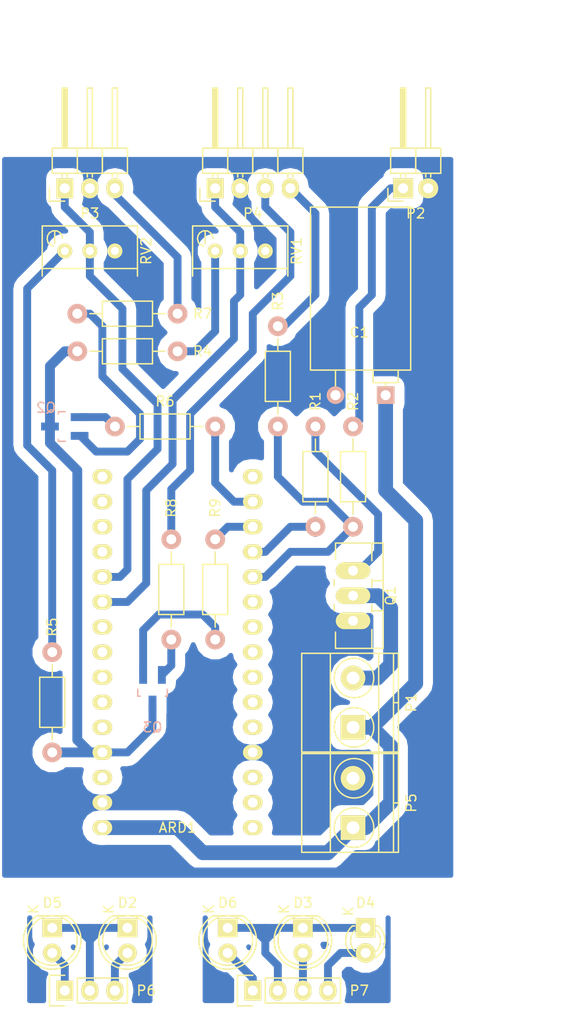
<source format=kicad_pcb>
(kicad_pcb (version 4) (host pcbnew 4.0.2+dfsg1-stable)

  (general
    (links 47)
    (no_connects 0)
    (area 0 0 0 0)
    (thickness 1.6)
    (drawings 2)
    (tracks 217)
    (zones 0)
    (modules 28)
    (nets 29)
  )

  (page A4)
  (layers
    (0 F.Cu signal)
    (31 B.Cu signal)
    (32 B.Adhes user)
    (33 F.Adhes user)
    (34 B.Paste user)
    (35 F.Paste user)
    (36 B.SilkS user)
    (37 F.SilkS user)
    (38 B.Mask user)
    (39 F.Mask user)
    (40 Dwgs.User user)
    (41 Cmts.User user)
    (42 Eco1.User user)
    (43 Eco2.User user)
    (44 Edge.Cuts user)
    (45 Margin user)
    (46 B.CrtYd user)
    (47 F.CrtYd user)
    (48 B.Fab user)
    (49 F.Fab user)
  )

  (setup
    (last_trace_width 0.8)
    (trace_clearance 0.5)
    (zone_clearance 1)
    (zone_45_only yes)
    (trace_min 0.5)
    (segment_width 0.2)
    (edge_width 0.15)
    (via_size 0.9)
    (via_drill 0.8)
    (via_min_size 0.5)
    (via_min_drill 0.3)
    (uvia_size 0.3)
    (uvia_drill 0.1)
    (uvias_allowed no)
    (uvia_min_size 0.2)
    (uvia_min_drill 0.1)
    (pcb_text_width 0.3)
    (pcb_text_size 1.5 1.5)
    (mod_edge_width 0.15)
    (mod_text_size 1 1)
    (mod_text_width 0.15)
    (pad_size 1.524 1.524)
    (pad_drill 0.762)
    (pad_to_mask_clearance 0.2)
    (aux_axis_origin 0 0)
    (visible_elements FFFFFFFF)
    (pcbplotparams
      (layerselection 0x00030_80000001)
      (usegerberextensions false)
      (excludeedgelayer true)
      (linewidth 0.100000)
      (plotframeref false)
      (viasonmask false)
      (mode 1)
      (useauxorigin false)
      (hpglpennumber 1)
      (hpglpenspeed 20)
      (hpglpendiameter 15)
      (hpglpenoverlay 2)
      (psnegative false)
      (psa4output false)
      (plotreference true)
      (plotvalue true)
      (plotinvisibletext false)
      (padsonsilk false)
      (subtractmaskfromsilk false)
      (outputformat 1)
      (mirror false)
      (drillshape 1)
      (scaleselection 1)
      (outputdirectory /home/sibilia/temp/nema/mirror/))
  )

  (net 0 "")
  (net 1 "Net-(ARD1-Pad5)")
  (net 2 "Net-(ARD1-Pad6)")
  (net 3 +5V)
  (net 4 GND)
  (net 5 +12V)
  (net 6 "Net-(ARD1-Pad26)")
  (net 7 "Net-(ARD1-Pad27)")
  (net 8 "Net-(ARD1-Pad28)")
  (net 9 "Net-(ARD1-Pad29)")
  (net 10 "Net-(P2-Pad1)")
  (net 11 "Net-(P4-Pad4)")
  (net 12 "Net-(Q1-Pad1)")
  (net 13 "Net-(Q2-Pad1)")
  (net 14 "Net-(Q2-Pad2)")
  (net 15 "Net-(Q3-Pad1)")
  (net 16 "Net-(Q3-Pad2)")
  (net 17 "Net-(R4-Pad1)")
  (net 18 "Net-(R5-Pad1)")
  (net 19 "Net-(D2-Pad1)")
  (net 20 "Net-(D2-Pad2)")
  (net 21 "Net-(D3-Pad1)")
  (net 22 "Net-(D3-Pad2)")
  (net 23 "Net-(D4-Pad2)")
  (net 24 "Net-(P3-Pad3)")
  (net 25 "Net-(P4-Pad3)")
  (net 26 "Net-(D5-Pad2)")
  (net 27 "Net-(D6-Pad2)")
  (net 28 "Net-(P1-Pad2)")

  (net_class Default "This is the default net class."
    (clearance 0.5)
    (trace_width 0.8)
    (via_dia 0.9)
    (via_drill 0.8)
    (uvia_dia 0.3)
    (uvia_drill 0.1)
    (add_net GND)
    (add_net "Net-(ARD1-Pad26)")
    (add_net "Net-(ARD1-Pad27)")
    (add_net "Net-(ARD1-Pad28)")
    (add_net "Net-(ARD1-Pad29)")
    (add_net "Net-(ARD1-Pad5)")
    (add_net "Net-(ARD1-Pad6)")
    (add_net "Net-(D2-Pad1)")
    (add_net "Net-(D2-Pad2)")
    (add_net "Net-(D3-Pad1)")
    (add_net "Net-(D3-Pad2)")
    (add_net "Net-(D4-Pad2)")
    (add_net "Net-(D5-Pad2)")
    (add_net "Net-(D6-Pad2)")
    (add_net "Net-(P2-Pad1)")
    (add_net "Net-(P3-Pad3)")
    (add_net "Net-(P4-Pad3)")
    (add_net "Net-(P4-Pad4)")
    (add_net "Net-(Q1-Pad1)")
    (add_net "Net-(Q2-Pad1)")
    (add_net "Net-(Q2-Pad2)")
    (add_net "Net-(Q3-Pad1)")
    (add_net "Net-(Q3-Pad2)")
    (add_net "Net-(R4-Pad1)")
    (add_net "Net-(R5-Pad1)")
  )

  (net_class power ""
    (clearance 0.5)
    (trace_width 1)
    (via_dia 0.9)
    (via_drill 0.8)
    (uvia_dia 0.3)
    (uvia_drill 0.1)
    (add_net +5V)
  )

  (net_class power_12V ""
    (clearance 0.5)
    (trace_width 1.5)
    (via_dia 0.9)
    (via_drill 0.8)
    (uvia_dia 0.3)
    (uvia_drill 0.1)
    (add_net +12V)
    (add_net "Net-(P1-Pad2)")
  )

  (module TO_SOT_Packages_THT:TO-220_Neutral123_Vertical_LargePads (layer F.Cu) (tedit 5979EB83) (tstamp 5978ADA5)
    (at 111.76 117.475 270)
    (descr "TO-220, Neutral, Vertical, Large Pads,")
    (tags "TO-220, Neutral, Vertical, Large Pads,")
    (path /59785D2C)
    (fp_text reference Q1 (at 0 -3.81 270) (layer F.SilkS)
      (effects (font (size 1 1) (thickness 0.15)))
    )
    (fp_text value IRLZ44N (at 0 3.175 270) (layer F.Fab)
      (effects (font (size 1 1) (thickness 0.15)))
    )
    (fp_line (start 5.334 -1.905) (end 3.429 -1.905) (layer F.SilkS) (width 0.15))
    (fp_line (start 0.889 -1.905) (end 1.651 -1.905) (layer F.SilkS) (width 0.15))
    (fp_line (start -1.524 -1.905) (end -1.651 -1.905) (layer F.SilkS) (width 0.15))
    (fp_line (start -1.524 -1.905) (end -0.889 -1.905) (layer F.SilkS) (width 0.15))
    (fp_line (start -5.334 -1.905) (end -3.556 -1.905) (layer F.SilkS) (width 0.15))
    (fp_line (start -5.334 1.778) (end -3.683 1.778) (layer F.SilkS) (width 0.15))
    (fp_line (start -1.016 1.905) (end -1.651 1.905) (layer F.SilkS) (width 0.15))
    (fp_line (start 1.524 1.905) (end 0.889 1.905) (layer F.SilkS) (width 0.15))
    (fp_line (start 5.334 1.778) (end 3.683 1.778) (layer F.SilkS) (width 0.15))
    (fp_line (start -1.524 -3.048) (end -1.524 -1.905) (layer F.SilkS) (width 0.15))
    (fp_line (start 1.524 -3.048) (end 1.524 -1.905) (layer F.SilkS) (width 0.15))
    (fp_line (start 5.334 -1.905) (end 5.334 1.778) (layer F.SilkS) (width 0.15))
    (fp_line (start -5.334 1.778) (end -5.334 -1.905) (layer F.SilkS) (width 0.15))
    (fp_line (start 5.334 -3.048) (end 5.334 -1.905) (layer F.SilkS) (width 0.15))
    (fp_line (start -5.334 -1.905) (end -5.334 -3.048) (layer F.SilkS) (width 0.15))
    (fp_line (start 0 -3.048) (end -5.334 -3.048) (layer F.SilkS) (width 0.15))
    (fp_line (start 0 -3.048) (end 5.334 -3.048) (layer F.SilkS) (width 0.15))
    (pad 2 thru_hole oval (at 0 0) (size 3.50012 1.69926) (drill 1.00076) (layers *.Cu *.Mask F.SilkS)
      (net 28 "Net-(P1-Pad2)"))
    (pad 1 thru_hole oval (at -2.54 0) (size 3.50012 1.69926) (drill 1.00076) (layers *.Cu *.Mask F.SilkS)
      (net 12 "Net-(Q1-Pad1)"))
    (pad 3 thru_hole oval (at 2.54 0) (size 3.50012 1.69926) (drill 1.00076) (layers *.Cu *.Mask F.SilkS)
      (net 4 GND))
    (model TO_SOT_Packages_THT.3dshapes/TO-220_Neutral123_Vertical_LargePads.wrl
      (at (xyz 0 0 0))
      (scale (xyz 0.3937 0.3937 0.3937))
      (rotate (xyz 0 0 0))
    )
  )

  (module Terminal_Blocks:TerminalBlock_Pheonix_MKDS1.5-2pol (layer F.Cu) (tedit 563007E4) (tstamp 5978BB21)
    (at 111.76 130.81 90)
    (descr "2-way 5mm pitch terminal block, Phoenix MKDS series")
    (path /597860F8)
    (fp_text reference P1 (at 2.5 5.9 90) (layer F.SilkS)
      (effects (font (size 1 1) (thickness 0.15)))
    )
    (fp_text value CONN_01X02 (at 2.5 -6.6 90) (layer F.Fab)
      (effects (font (size 1 1) (thickness 0.15)))
    )
    (fp_line (start -2.7 -5.4) (end 7.7 -5.4) (layer F.CrtYd) (width 0.05))
    (fp_line (start -2.7 4.8) (end -2.7 -5.4) (layer F.CrtYd) (width 0.05))
    (fp_line (start 7.7 4.8) (end -2.7 4.8) (layer F.CrtYd) (width 0.05))
    (fp_line (start 7.7 -5.4) (end 7.7 4.8) (layer F.CrtYd) (width 0.05))
    (fp_line (start 2.5 4.1) (end 2.5 4.6) (layer F.SilkS) (width 0.15))
    (fp_circle (center 5 0.1) (end 3 0.1) (layer F.SilkS) (width 0.15))
    (fp_circle (center 0 0.1) (end 2 0.1) (layer F.SilkS) (width 0.15))
    (fp_line (start -2.5 2.6) (end 7.5 2.6) (layer F.SilkS) (width 0.15))
    (fp_line (start -2.5 -2.3) (end 7.5 -2.3) (layer F.SilkS) (width 0.15))
    (fp_line (start -2.5 4.1) (end 7.5 4.1) (layer F.SilkS) (width 0.15))
    (fp_line (start -2.5 4.6) (end 7.5 4.6) (layer F.SilkS) (width 0.15))
    (fp_line (start 7.5 4.6) (end 7.5 -5.2) (layer F.SilkS) (width 0.15))
    (fp_line (start 7.5 -5.2) (end -2.5 -5.2) (layer F.SilkS) (width 0.15))
    (fp_line (start -2.5 -5.2) (end -2.5 4.6) (layer F.SilkS) (width 0.15))
    (pad 1 thru_hole rect (at 0 0 90) (size 2.5 2.5) (drill 1.3) (layers *.Cu *.Mask F.SilkS)
      (net 5 +12V))
    (pad 2 thru_hole circle (at 5 0 90) (size 2.5 2.5) (drill 1.3) (layers *.Cu *.Mask F.SilkS)
      (net 28 "Net-(P1-Pad2)"))
    (model Terminal_Blocks.3dshapes/TerminalBlock_Pheonix_MKDS1.5-2pol.wrl
      (at (xyz 0.0984 0 0))
      (scale (xyz 1 1 1))
      (rotate (xyz 0 0 0))
    )
  )

  (module lib:arduino_nano (layer F.Cu) (tedit 5979EC08) (tstamp 5978AD75)
    (at 93.98 123.19)
    (path /59785B41)
    (fp_text reference ARD1 (at 0 17.78) (layer F.SilkS)
      (effects (font (size 1 1) (thickness 0.15)))
    )
    (fp_text value arduino_nano (at 0 -2.54) (layer F.Fab)
      (effects (font (size 1 1) (thickness 0.15)))
    )
    (fp_line (start -6.35 -19.05) (end 6.35 -19.05) (layer B.Mask) (width 0.15))
    (fp_line (start 6.35 -19.05) (end 6.35 19.05) (layer B.Mask) (width 0.15))
    (fp_line (start 6.35 19.05) (end -6.35 19.05) (layer B.Mask) (width 0.15))
    (fp_line (start -6.35 19.05) (end -6.35 -19.05) (layer B.Mask) (width 0.15))
    (pad 1 thru_hole oval (at -7.62 -17.78) (size 2 1.524) (drill 1) (layers *.Cu *.Mask F.SilkS))
    (pad 2 thru_hole oval (at -7.62 -15.24) (size 2 1.524) (drill 1) (layers *.Cu *.Mask F.SilkS))
    (pad 3 thru_hole oval (at -7.62 -12.7) (size 2 1.524) (drill 1) (layers *.Cu *.Mask F.SilkS))
    (pad 4 thru_hole oval (at -7.62 -10.16) (size 2 1.524) (drill 1) (layers *.Cu *.Mask F.SilkS))
    (pad 5 thru_hole oval (at -7.62 -7.62) (size 2 1.524) (drill 1) (layers *.Cu *.Mask F.SilkS)
      (net 1 "Net-(ARD1-Pad5)"))
    (pad 6 thru_hole oval (at -7.62 -5.08) (size 2 1.524) (drill 1) (layers *.Cu *.Mask F.SilkS)
      (net 2 "Net-(ARD1-Pad6)"))
    (pad 7 thru_hole oval (at -7.62 -2.54) (size 2 1.524) (drill 1) (layers *.Cu *.Mask F.SilkS))
    (pad 8 thru_hole oval (at -7.62 0) (size 2 1.524) (drill 1) (layers *.Cu *.Mask F.SilkS))
    (pad 9 thru_hole oval (at -7.62 2.54) (size 2 1.524) (drill 1) (layers *.Cu *.Mask F.SilkS))
    (pad 10 thru_hole oval (at -7.62 5.08) (size 2 1.524) (drill 1) (layers *.Cu *.Mask F.SilkS))
    (pad 11 thru_hole oval (at -7.62 7.62) (size 2 1.524) (drill 1) (layers *.Cu *.Mask F.SilkS))
    (pad 12 thru_hole oval (at -7.62 10.16) (size 2 1.524) (drill 1) (layers *.Cu *.Mask F.SilkS)
      (net 3 +5V))
    (pad 13 thru_hole oval (at -7.62 12.7) (size 2 1.524) (drill 1) (layers *.Cu *.Mask F.SilkS))
    (pad 14 thru_hole oval (at -7.62 15.24) (size 2 1.524) (drill 1) (layers *.Cu *.Mask F.SilkS)
      (net 4 GND))
    (pad 15 thru_hole oval (at -7.62 17.78) (size 2 1.524) (drill 1) (layers *.Cu *.Mask F.SilkS)
      (net 5 +12V))
    (pad 16 thru_hole oval (at 7.62 17.78) (size 2 1.524) (drill 1) (layers *.Cu *.Mask F.SilkS))
    (pad 17 thru_hole oval (at 7.62 15.24) (size 2 1.524) (drill 1) (layers *.Cu *.Mask F.SilkS))
    (pad 18 thru_hole oval (at 7.62 12.7) (size 2 1.524) (drill 1) (layers *.Cu *.Mask F.SilkS))
    (pad 19 thru_hole oval (at 7.62 10.16) (size 2 1.524) (drill 1) (layers *.Cu *.Mask F.SilkS)
      (net 4 GND))
    (pad 20 thru_hole oval (at 7.62 7.62) (size 2 1.524) (drill 1) (layers *.Cu *.Mask F.SilkS))
    (pad 21 thru_hole oval (at 7.62 5.08) (size 2 1.524) (drill 1) (layers *.Cu *.Mask F.SilkS))
    (pad 22 thru_hole oval (at 7.62 2.54) (size 2 1.524) (drill 1) (layers *.Cu *.Mask F.SilkS))
    (pad 23 thru_hole oval (at 7.62 0) (size 2 1.524) (drill 1) (layers *.Cu *.Mask F.SilkS))
    (pad 24 thru_hole oval (at 7.62 -2.54) (size 2 1.524) (drill 1) (layers *.Cu *.Mask F.SilkS))
    (pad 25 thru_hole oval (at 7.62 -5.08) (size 2 1.524) (drill 1) (layers *.Cu *.Mask F.SilkS))
    (pad 26 thru_hole oval (at 7.62 -7.62) (size 2 1.524) (drill 1) (layers *.Cu *.Mask F.SilkS)
      (net 6 "Net-(ARD1-Pad26)"))
    (pad 27 thru_hole oval (at 7.62 -10.16) (size 2 1.524) (drill 1) (layers *.Cu *.Mask F.SilkS)
      (net 7 "Net-(ARD1-Pad27)"))
    (pad 28 thru_hole oval (at 7.62 -12.7) (size 2 1.524) (drill 1) (layers *.Cu *.Mask F.SilkS)
      (net 8 "Net-(ARD1-Pad28)"))
    (pad 29 thru_hole oval (at 7.62 -15.24) (size 2 1.524) (drill 1) (layers *.Cu *.Mask F.SilkS)
      (net 9 "Net-(ARD1-Pad29)"))
    (pad 30 thru_hole oval (at 7.62 -17.78) (size 2 1.524) (drill 1) (layers *.Cu *.Mask F.SilkS))
  )

  (module Discret:CPR10X16 (layer F.Cu) (tedit 5979ECDD) (tstamp 5978AD7B)
    (at 112.395 97.155 270)
    (descr "Condensateur polarise couche")
    (tags CP)
    (path /5978693A)
    (fp_text reference C1 (at -6.35 0 360) (layer F.SilkS)
      (effects (font (size 1 1) (thickness 0.15)))
    )
    (fp_text value 1000uF (at -4.445 0 360) (layer F.Fab)
      (effects (font (size 1 1) (thickness 0.15)))
    )
    (fp_line (start -2.54 -5.207) (end -19.05 -5.207) (layer F.SilkS) (width 0.15))
    (fp_line (start -19.05 -5.207) (end -19.05 4.953) (layer F.SilkS) (width 0.15))
    (fp_line (start -19.05 4.953) (end -2.54 4.953) (layer F.SilkS) (width 0.15))
    (fp_line (start -2.54 4.953) (end -2.54 -5.207) (layer F.SilkS) (width 0.15))
    (fp_line (start -2.54 -3.937) (end -1.27 -3.937) (layer F.SilkS) (width 0.15))
    (fp_line (start -1.27 -3.937) (end -1.27 -1.397) (layer F.SilkS) (width 0.15))
    (fp_line (start -1.27 -1.397) (end -2.54 -1.397) (layer F.SilkS) (width 0.15))
    (fp_line (start -1.27 -2.667) (end 0 -2.667) (layer F.SilkS) (width 0.15))
    (fp_line (start -2.54 2.413) (end 0 2.413) (layer F.SilkS) (width 0.15))
    (pad 1 thru_hole rect (at 0 -2.667 270) (size 1.778 1.778) (drill 1.016) (layers *.Cu *.SilkS *.Mask)
      (net 5 +12V))
    (pad 2 thru_hole circle (at 0 2.413 270) (size 1.778 1.778) (drill 1.016) (layers *.Cu *.SilkS *.Mask)
      (net 4 GND))
    (model Discret.3dshapes/CPR10X16.wrl
      (at (xyz 0 0 0))
      (scale (xyz 1 1 1))
      (rotate (xyz 0 0 0))
    )
  )

  (module Pin_Headers:Pin_Header_Angled_1x02 (layer F.Cu) (tedit 5979ECE4) (tstamp 5978AD87)
    (at 116.84 76.2 90)
    (descr "Through hole pin header")
    (tags "pin header")
    (path /5978636D)
    (fp_text reference P2 (at -2.54 1.27 180) (layer F.SilkS)
      (effects (font (size 1 1) (thickness 0.15)))
    )
    (fp_text value CONN_01X02 (at 3.175 -3.175 270) (layer F.Fab)
      (effects (font (size 1 1) (thickness 0.15)))
    )
    (fp_line (start -1.5 -1.75) (end -1.5 4.3) (layer F.CrtYd) (width 0.05))
    (fp_line (start 10.65 -1.75) (end 10.65 4.3) (layer F.CrtYd) (width 0.05))
    (fp_line (start -1.5 -1.75) (end 10.65 -1.75) (layer F.CrtYd) (width 0.05))
    (fp_line (start -1.5 4.3) (end 10.65 4.3) (layer F.CrtYd) (width 0.05))
    (fp_line (start -1.3 -1.55) (end -1.3 0) (layer F.SilkS) (width 0.15))
    (fp_line (start 0 -1.55) (end -1.3 -1.55) (layer F.SilkS) (width 0.15))
    (fp_line (start 4.191 -0.127) (end 10.033 -0.127) (layer F.SilkS) (width 0.15))
    (fp_line (start 10.033 -0.127) (end 10.033 0.127) (layer F.SilkS) (width 0.15))
    (fp_line (start 10.033 0.127) (end 4.191 0.127) (layer F.SilkS) (width 0.15))
    (fp_line (start 4.191 0.127) (end 4.191 0) (layer F.SilkS) (width 0.15))
    (fp_line (start 4.191 0) (end 10.033 0) (layer F.SilkS) (width 0.15))
    (fp_line (start 1.524 -0.254) (end 1.143 -0.254) (layer F.SilkS) (width 0.15))
    (fp_line (start 1.524 0.254) (end 1.143 0.254) (layer F.SilkS) (width 0.15))
    (fp_line (start 1.524 2.286) (end 1.143 2.286) (layer F.SilkS) (width 0.15))
    (fp_line (start 1.524 2.794) (end 1.143 2.794) (layer F.SilkS) (width 0.15))
    (fp_line (start 1.524 -1.27) (end 4.064 -1.27) (layer F.SilkS) (width 0.15))
    (fp_line (start 1.524 1.27) (end 4.064 1.27) (layer F.SilkS) (width 0.15))
    (fp_line (start 1.524 1.27) (end 1.524 3.81) (layer F.SilkS) (width 0.15))
    (fp_line (start 1.524 3.81) (end 4.064 3.81) (layer F.SilkS) (width 0.15))
    (fp_line (start 4.064 2.286) (end 10.16 2.286) (layer F.SilkS) (width 0.15))
    (fp_line (start 10.16 2.286) (end 10.16 2.794) (layer F.SilkS) (width 0.15))
    (fp_line (start 10.16 2.794) (end 4.064 2.794) (layer F.SilkS) (width 0.15))
    (fp_line (start 4.064 3.81) (end 4.064 1.27) (layer F.SilkS) (width 0.15))
    (fp_line (start 4.064 1.27) (end 4.064 -1.27) (layer F.SilkS) (width 0.15))
    (fp_line (start 10.16 0.254) (end 4.064 0.254) (layer F.SilkS) (width 0.15))
    (fp_line (start 10.16 -0.254) (end 10.16 0.254) (layer F.SilkS) (width 0.15))
    (fp_line (start 4.064 -0.254) (end 10.16 -0.254) (layer F.SilkS) (width 0.15))
    (fp_line (start 1.524 1.27) (end 4.064 1.27) (layer F.SilkS) (width 0.15))
    (fp_line (start 1.524 -1.27) (end 1.524 1.27) (layer F.SilkS) (width 0.15))
    (pad 1 thru_hole rect (at 0 0 90) (size 2.032 2.032) (drill 1.016) (layers *.Cu *.Mask F.SilkS)
      (net 10 "Net-(P2-Pad1)"))
    (pad 2 thru_hole oval (at 0 2.54 90) (size 2.032 2.032) (drill 1.016) (layers *.Cu *.Mask F.SilkS)
      (net 4 GND))
    (model Pin_Headers.3dshapes/Pin_Header_Angled_1x02.wrl
      (at (xyz 0 -0.05 0))
      (scale (xyz 1 1 1))
      (rotate (xyz 0 0 90))
    )
  )

  (module TO_SOT_Packages_SMD:SOT-23_Handsoldering (layer B.Cu) (tedit 5979ED08) (tstamp 5978ADAC)
    (at 82.55 100.33 270)
    (descr "SOT-23, Handsoldering")
    (tags SOT-23)
    (path /5979B0AD)
    (attr smd)
    (fp_text reference Q2 (at -1.905 1.905 360) (layer B.SilkS)
      (effects (font (size 1 1) (thickness 0.15)) (justify mirror))
    )
    (fp_text value Q_NPN (at 2.54 0 360) (layer B.Fab)
      (effects (font (size 1 1) (thickness 0.15)) (justify mirror))
    )
    (fp_line (start -1.49982 -0.0508) (end -1.49982 0.65024) (layer B.SilkS) (width 0.15))
    (fp_line (start -1.49982 0.65024) (end -1.2509 0.65024) (layer B.SilkS) (width 0.15))
    (fp_line (start 1.29916 0.65024) (end 1.49982 0.65024) (layer B.SilkS) (width 0.15))
    (fp_line (start 1.49982 0.65024) (end 1.49982 -0.0508) (layer B.SilkS) (width 0.15))
    (pad 1 smd rect (at -0.95 -1.50114 270) (size 0.8001 1.80086) (layers B.Cu B.Paste B.Mask)
      (net 13 "Net-(Q2-Pad1)"))
    (pad 2 smd rect (at 0.95 -1.50114 270) (size 0.8001 1.80086) (layers B.Cu B.Paste B.Mask)
      (net 14 "Net-(Q2-Pad2)"))
    (pad 3 smd rect (at 0 1.50114 270) (size 0.8001 1.80086) (layers B.Cu B.Paste B.Mask)
      (net 3 +5V))
    (model TO_SOT_Packages_SMD.3dshapes/SOT-23_Handsoldering.wrl
      (at (xyz 0 0 0))
      (scale (xyz 1 1 1))
      (rotate (xyz 0 0 0))
    )
  )

  (module TO_SOT_Packages_SMD:SOT-23_Handsoldering (layer B.Cu) (tedit 5979EC20) (tstamp 5978ADB3)
    (at 91.44 127)
    (descr "SOT-23, Handsoldering")
    (tags SOT-23)
    (path /5979B4B4)
    (attr smd)
    (fp_text reference Q3 (at 0 3.81) (layer B.SilkS)
      (effects (font (size 1 1) (thickness 0.15)) (justify mirror))
    )
    (fp_text value Q_NPN (at 3.175 0.635 90) (layer B.Fab)
      (effects (font (size 1 1) (thickness 0.15)) (justify mirror))
    )
    (fp_line (start -1.49982 -0.0508) (end -1.49982 0.65024) (layer B.SilkS) (width 0.15))
    (fp_line (start -1.49982 0.65024) (end -1.2509 0.65024) (layer B.SilkS) (width 0.15))
    (fp_line (start 1.29916 0.65024) (end 1.49982 0.65024) (layer B.SilkS) (width 0.15))
    (fp_line (start 1.49982 0.65024) (end 1.49982 -0.0508) (layer B.SilkS) (width 0.15))
    (pad 1 smd rect (at -0.95 -1.50114) (size 0.8001 1.80086) (layers B.Cu B.Paste B.Mask)
      (net 15 "Net-(Q3-Pad1)"))
    (pad 2 smd rect (at 0.95 -1.50114) (size 0.8001 1.80086) (layers B.Cu B.Paste B.Mask)
      (net 16 "Net-(Q3-Pad2)"))
    (pad 3 smd rect (at 0 1.50114) (size 0.8001 1.80086) (layers B.Cu B.Paste B.Mask)
      (net 3 +5V))
    (model TO_SOT_Packages_SMD.3dshapes/SOT-23_Handsoldering.wrl
      (at (xyz 0 0 0))
      (scale (xyz 1 1 1))
      (rotate (xyz 0 0 0))
    )
  )

  (module Resistors_ThroughHole:Resistor_Horizontal_RM10mm (layer F.Cu) (tedit 5979EB9C) (tstamp 5978ADB9)
    (at 107.95 100.33 270)
    (descr "Resistor, Axial,  RM 10mm, 1/3W")
    (tags "Resistor Axial RM 10mm 1/3W")
    (path /59785FEC)
    (fp_text reference R1 (at -2.54 0 270) (layer F.SilkS)
      (effects (font (size 1 1) (thickness 0.15)))
    )
    (fp_text value 100 (at 5.08 0 270) (layer F.Fab)
      (effects (font (size 1 1) (thickness 0.15)))
    )
    (fp_line (start -1.25 -1.5) (end 11.4 -1.5) (layer F.CrtYd) (width 0.05))
    (fp_line (start -1.25 1.5) (end -1.25 -1.5) (layer F.CrtYd) (width 0.05))
    (fp_line (start 11.4 -1.5) (end 11.4 1.5) (layer F.CrtYd) (width 0.05))
    (fp_line (start -1.25 1.5) (end 11.4 1.5) (layer F.CrtYd) (width 0.05))
    (fp_line (start 2.54 -1.27) (end 7.62 -1.27) (layer F.SilkS) (width 0.15))
    (fp_line (start 7.62 -1.27) (end 7.62 1.27) (layer F.SilkS) (width 0.15))
    (fp_line (start 7.62 1.27) (end 2.54 1.27) (layer F.SilkS) (width 0.15))
    (fp_line (start 2.54 1.27) (end 2.54 -1.27) (layer F.SilkS) (width 0.15))
    (fp_line (start 2.54 0) (end 1.27 0) (layer F.SilkS) (width 0.15))
    (fp_line (start 7.62 0) (end 8.89 0) (layer F.SilkS) (width 0.15))
    (pad 1 thru_hole circle (at 0 0 270) (size 1.99898 1.99898) (drill 1.00076) (layers *.Cu *.SilkS *.Mask)
      (net 12 "Net-(Q1-Pad1)"))
    (pad 2 thru_hole circle (at 10.16 0 270) (size 1.99898 1.99898) (drill 1.00076) (layers *.Cu *.SilkS *.Mask)
      (net 7 "Net-(ARD1-Pad27)"))
    (model Resistors_ThroughHole.3dshapes/Resistor_Horizontal_RM10mm.wrl
      (at (xyz 0 0 0))
      (scale (xyz 0.4 0.4 0.4))
      (rotate (xyz 0 0 0))
    )
  )

  (module Resistors_ThroughHole:Resistor_Horizontal_RM10mm (layer F.Cu) (tedit 5979EBA0) (tstamp 5978ADBF)
    (at 111.76 110.49 90)
    (descr "Resistor, Axial,  RM 10mm, 1/3W")
    (tags "Resistor Axial RM 10mm 1/3W")
    (path /5978674B)
    (fp_text reference R2 (at 12.7 0 90) (layer F.SilkS)
      (effects (font (size 1 1) (thickness 0.15)))
    )
    (fp_text value 220 (at 5.08 0 90) (layer F.Fab)
      (effects (font (size 1 1) (thickness 0.15)))
    )
    (fp_line (start -1.25 -1.5) (end 11.4 -1.5) (layer F.CrtYd) (width 0.05))
    (fp_line (start -1.25 1.5) (end -1.25 -1.5) (layer F.CrtYd) (width 0.05))
    (fp_line (start 11.4 -1.5) (end 11.4 1.5) (layer F.CrtYd) (width 0.05))
    (fp_line (start -1.25 1.5) (end 11.4 1.5) (layer F.CrtYd) (width 0.05))
    (fp_line (start 2.54 -1.27) (end 7.62 -1.27) (layer F.SilkS) (width 0.15))
    (fp_line (start 7.62 -1.27) (end 7.62 1.27) (layer F.SilkS) (width 0.15))
    (fp_line (start 7.62 1.27) (end 2.54 1.27) (layer F.SilkS) (width 0.15))
    (fp_line (start 2.54 1.27) (end 2.54 -1.27) (layer F.SilkS) (width 0.15))
    (fp_line (start 2.54 0) (end 1.27 0) (layer F.SilkS) (width 0.15))
    (fp_line (start 7.62 0) (end 8.89 0) (layer F.SilkS) (width 0.15))
    (pad 1 thru_hole circle (at 0 0 90) (size 1.99898 1.99898) (drill 1.00076) (layers *.Cu *.SilkS *.Mask)
      (net 6 "Net-(ARD1-Pad26)"))
    (pad 2 thru_hole circle (at 10.16 0 90) (size 1.99898 1.99898) (drill 1.00076) (layers *.Cu *.SilkS *.Mask)
      (net 10 "Net-(P2-Pad1)"))
    (model Resistors_ThroughHole.3dshapes/Resistor_Horizontal_RM10mm.wrl
      (at (xyz 0 0 0))
      (scale (xyz 0.4 0.4 0.4))
      (rotate (xyz 0 0 0))
    )
  )

  (module Resistors_ThroughHole:Resistor_Horizontal_RM10mm (layer F.Cu) (tedit 5979EB78) (tstamp 5978ADC5)
    (at 104.14 90.17 270)
    (descr "Resistor, Axial,  RM 10mm, 1/3W")
    (tags "Resistor Axial RM 10mm 1/3W")
    (path /59787627)
    (fp_text reference R3 (at -2.54 0 270) (layer F.SilkS)
      (effects (font (size 1 1) (thickness 0.15)))
    )
    (fp_text value 220 (at 5.08 0 270) (layer F.Fab)
      (effects (font (size 1 1) (thickness 0.15)))
    )
    (fp_line (start -1.25 -1.5) (end 11.4 -1.5) (layer F.CrtYd) (width 0.05))
    (fp_line (start -1.25 1.5) (end -1.25 -1.5) (layer F.CrtYd) (width 0.05))
    (fp_line (start 11.4 -1.5) (end 11.4 1.5) (layer F.CrtYd) (width 0.05))
    (fp_line (start -1.25 1.5) (end 11.4 1.5) (layer F.CrtYd) (width 0.05))
    (fp_line (start 2.54 -1.27) (end 7.62 -1.27) (layer F.SilkS) (width 0.15))
    (fp_line (start 7.62 -1.27) (end 7.62 1.27) (layer F.SilkS) (width 0.15))
    (fp_line (start 7.62 1.27) (end 2.54 1.27) (layer F.SilkS) (width 0.15))
    (fp_line (start 2.54 1.27) (end 2.54 -1.27) (layer F.SilkS) (width 0.15))
    (fp_line (start 2.54 0) (end 1.27 0) (layer F.SilkS) (width 0.15))
    (fp_line (start 7.62 0) (end 8.89 0) (layer F.SilkS) (width 0.15))
    (pad 1 thru_hole circle (at 0 0 270) (size 1.99898 1.99898) (drill 1.00076) (layers *.Cu *.SilkS *.Mask)
      (net 11 "Net-(P4-Pad4)"))
    (pad 2 thru_hole circle (at 10.16 0 270) (size 1.99898 1.99898) (drill 1.00076) (layers *.Cu *.SilkS *.Mask)
      (net 6 "Net-(ARD1-Pad26)"))
    (model Resistors_ThroughHole.3dshapes/Resistor_Horizontal_RM10mm.wrl
      (at (xyz 0 0 0))
      (scale (xyz 0.4 0.4 0.4))
      (rotate (xyz 0 0 0))
    )
  )

  (module Resistors_ThroughHole:Resistor_Horizontal_RM10mm (layer F.Cu) (tedit 5979EB46) (tstamp 5978ADCB)
    (at 93.98 92.71 180)
    (descr "Resistor, Axial,  RM 10mm, 1/3W")
    (tags "Resistor Axial RM 10mm 1/3W")
    (path /5978838F)
    (fp_text reference R4 (at -2.54 0 180) (layer F.SilkS)
      (effects (font (size 1 1) (thickness 0.15)))
    )
    (fp_text value 1k (at 5.08 0 180) (layer F.Fab)
      (effects (font (size 1 1) (thickness 0.15)))
    )
    (fp_line (start -1.25 -1.5) (end 11.4 -1.5) (layer F.CrtYd) (width 0.05))
    (fp_line (start -1.25 1.5) (end -1.25 -1.5) (layer F.CrtYd) (width 0.05))
    (fp_line (start 11.4 -1.5) (end 11.4 1.5) (layer F.CrtYd) (width 0.05))
    (fp_line (start -1.25 1.5) (end 11.4 1.5) (layer F.CrtYd) (width 0.05))
    (fp_line (start 2.54 -1.27) (end 7.62 -1.27) (layer F.SilkS) (width 0.15))
    (fp_line (start 7.62 -1.27) (end 7.62 1.27) (layer F.SilkS) (width 0.15))
    (fp_line (start 7.62 1.27) (end 2.54 1.27) (layer F.SilkS) (width 0.15))
    (fp_line (start 2.54 1.27) (end 2.54 -1.27) (layer F.SilkS) (width 0.15))
    (fp_line (start 2.54 0) (end 1.27 0) (layer F.SilkS) (width 0.15))
    (fp_line (start 7.62 0) (end 8.89 0) (layer F.SilkS) (width 0.15))
    (pad 1 thru_hole circle (at 0 0 180) (size 1.99898 1.99898) (drill 1.00076) (layers *.Cu *.SilkS *.Mask)
      (net 17 "Net-(R4-Pad1)"))
    (pad 2 thru_hole circle (at 10.16 0 180) (size 1.99898 1.99898) (drill 1.00076) (layers *.Cu *.SilkS *.Mask)
      (net 3 +5V))
    (model Resistors_ThroughHole.3dshapes/Resistor_Horizontal_RM10mm.wrl
      (at (xyz 0 0 0))
      (scale (xyz 0.4 0.4 0.4))
      (rotate (xyz 0 0 0))
    )
  )

  (module Resistors_ThroughHole:Resistor_Horizontal_RM10mm (layer F.Cu) (tedit 5979EBB1) (tstamp 5978ADD1)
    (at 81.28 123.19 270)
    (descr "Resistor, Axial,  RM 10mm, 1/3W")
    (tags "Resistor Axial RM 10mm 1/3W")
    (path /5978885D)
    (fp_text reference R5 (at -2.54 0 270) (layer F.SilkS)
      (effects (font (size 1 1) (thickness 0.15)))
    )
    (fp_text value 1k (at 5.08 0 270) (layer F.Fab)
      (effects (font (size 1 1) (thickness 0.15)))
    )
    (fp_line (start -1.25 -1.5) (end 11.4 -1.5) (layer F.CrtYd) (width 0.05))
    (fp_line (start -1.25 1.5) (end -1.25 -1.5) (layer F.CrtYd) (width 0.05))
    (fp_line (start 11.4 -1.5) (end 11.4 1.5) (layer F.CrtYd) (width 0.05))
    (fp_line (start -1.25 1.5) (end 11.4 1.5) (layer F.CrtYd) (width 0.05))
    (fp_line (start 2.54 -1.27) (end 7.62 -1.27) (layer F.SilkS) (width 0.15))
    (fp_line (start 7.62 -1.27) (end 7.62 1.27) (layer F.SilkS) (width 0.15))
    (fp_line (start 7.62 1.27) (end 2.54 1.27) (layer F.SilkS) (width 0.15))
    (fp_line (start 2.54 1.27) (end 2.54 -1.27) (layer F.SilkS) (width 0.15))
    (fp_line (start 2.54 0) (end 1.27 0) (layer F.SilkS) (width 0.15))
    (fp_line (start 7.62 0) (end 8.89 0) (layer F.SilkS) (width 0.15))
    (pad 1 thru_hole circle (at 0 0 270) (size 1.99898 1.99898) (drill 1.00076) (layers *.Cu *.SilkS *.Mask)
      (net 18 "Net-(R5-Pad1)"))
    (pad 2 thru_hole circle (at 10.16 0 270) (size 1.99898 1.99898) (drill 1.00076) (layers *.Cu *.SilkS *.Mask)
      (net 3 +5V))
    (model Resistors_ThroughHole.3dshapes/Resistor_Horizontal_RM10mm.wrl
      (at (xyz 0 0 0))
      (scale (xyz 0.4 0.4 0.4))
      (rotate (xyz 0 0 0))
    )
  )

  (module Resistors_ThroughHole:Resistor_Horizontal_RM10mm (layer F.Cu) (tedit 5979EBD7) (tstamp 5978ADD7)
    (at 87.63 100.33)
    (descr "Resistor, Axial,  RM 10mm, 1/3W")
    (tags "Resistor Axial RM 10mm 1/3W")
    (path /59789D7D)
    (fp_text reference R6 (at 5.08 -2.54) (layer F.SilkS)
      (effects (font (size 1 1) (thickness 0.15)))
    )
    (fp_text value 1k (at 5.08 0) (layer F.Fab)
      (effects (font (size 1 1) (thickness 0.15)))
    )
    (fp_line (start -1.25 -1.5) (end 11.4 -1.5) (layer F.CrtYd) (width 0.05))
    (fp_line (start -1.25 1.5) (end -1.25 -1.5) (layer F.CrtYd) (width 0.05))
    (fp_line (start 11.4 -1.5) (end 11.4 1.5) (layer F.CrtYd) (width 0.05))
    (fp_line (start -1.25 1.5) (end 11.4 1.5) (layer F.CrtYd) (width 0.05))
    (fp_line (start 2.54 -1.27) (end 7.62 -1.27) (layer F.SilkS) (width 0.15))
    (fp_line (start 7.62 -1.27) (end 7.62 1.27) (layer F.SilkS) (width 0.15))
    (fp_line (start 7.62 1.27) (end 2.54 1.27) (layer F.SilkS) (width 0.15))
    (fp_line (start 2.54 1.27) (end 2.54 -1.27) (layer F.SilkS) (width 0.15))
    (fp_line (start 2.54 0) (end 1.27 0) (layer F.SilkS) (width 0.15))
    (fp_line (start 7.62 0) (end 8.89 0) (layer F.SilkS) (width 0.15))
    (pad 1 thru_hole circle (at 0 0) (size 1.99898 1.99898) (drill 1.00076) (layers *.Cu *.SilkS *.Mask)
      (net 13 "Net-(Q2-Pad1)"))
    (pad 2 thru_hole circle (at 10.16 0) (size 1.99898 1.99898) (drill 1.00076) (layers *.Cu *.SilkS *.Mask)
      (net 9 "Net-(ARD1-Pad29)"))
    (model Resistors_ThroughHole.3dshapes/Resistor_Horizontal_RM10mm.wrl
      (at (xyz 0 0 0))
      (scale (xyz 0.4 0.4 0.4))
      (rotate (xyz 0 0 0))
    )
  )

  (module Resistors_ThroughHole:Resistor_Horizontal_RM10mm (layer F.Cu) (tedit 5979EB49) (tstamp 5978ADDD)
    (at 93.98 88.9 180)
    (descr "Resistor, Axial,  RM 10mm, 1/3W")
    (tags "Resistor Axial RM 10mm 1/3W")
    (path /5978A1B5)
    (fp_text reference R7 (at -2.54 0 180) (layer F.SilkS)
      (effects (font (size 1 1) (thickness 0.15)))
    )
    (fp_text value 39 (at 5.08 0 180) (layer F.Fab)
      (effects (font (size 1 1) (thickness 0.15)))
    )
    (fp_line (start -1.25 -1.5) (end 11.4 -1.5) (layer F.CrtYd) (width 0.05))
    (fp_line (start -1.25 1.5) (end -1.25 -1.5) (layer F.CrtYd) (width 0.05))
    (fp_line (start 11.4 -1.5) (end 11.4 1.5) (layer F.CrtYd) (width 0.05))
    (fp_line (start -1.25 1.5) (end 11.4 1.5) (layer F.CrtYd) (width 0.05))
    (fp_line (start 2.54 -1.27) (end 7.62 -1.27) (layer F.SilkS) (width 0.15))
    (fp_line (start 7.62 -1.27) (end 7.62 1.27) (layer F.SilkS) (width 0.15))
    (fp_line (start 7.62 1.27) (end 2.54 1.27) (layer F.SilkS) (width 0.15))
    (fp_line (start 2.54 1.27) (end 2.54 -1.27) (layer F.SilkS) (width 0.15))
    (fp_line (start 2.54 0) (end 1.27 0) (layer F.SilkS) (width 0.15))
    (fp_line (start 7.62 0) (end 8.89 0) (layer F.SilkS) (width 0.15))
    (pad 1 thru_hole circle (at 0 0 180) (size 1.99898 1.99898) (drill 1.00076) (layers *.Cu *.SilkS *.Mask)
      (net 24 "Net-(P3-Pad3)"))
    (pad 2 thru_hole circle (at 10.16 0 180) (size 1.99898 1.99898) (drill 1.00076) (layers *.Cu *.SilkS *.Mask)
      (net 14 "Net-(Q2-Pad2)"))
    (model Resistors_ThroughHole.3dshapes/Resistor_Horizontal_RM10mm.wrl
      (at (xyz 0 0 0))
      (scale (xyz 0.4 0.4 0.4))
      (rotate (xyz 0 0 0))
    )
  )

  (module Resistors_ThroughHole:Resistor_Horizontal_RM10mm (layer F.Cu) (tedit 5979EBCA) (tstamp 5978ADE3)
    (at 93.345 121.92 90)
    (descr "Resistor, Axial,  RM 10mm, 1/3W")
    (tags "Resistor Axial RM 10mm 1/3W")
    (path /5978A7B3)
    (fp_text reference R8 (at 13.335 0 90) (layer F.SilkS)
      (effects (font (size 1 1) (thickness 0.15)))
    )
    (fp_text value 39 (at 5.08 0 90) (layer F.Fab)
      (effects (font (size 1 1) (thickness 0.15)))
    )
    (fp_line (start -1.25 -1.5) (end 11.4 -1.5) (layer F.CrtYd) (width 0.05))
    (fp_line (start -1.25 1.5) (end -1.25 -1.5) (layer F.CrtYd) (width 0.05))
    (fp_line (start 11.4 -1.5) (end 11.4 1.5) (layer F.CrtYd) (width 0.05))
    (fp_line (start -1.25 1.5) (end 11.4 1.5) (layer F.CrtYd) (width 0.05))
    (fp_line (start 2.54 -1.27) (end 7.62 -1.27) (layer F.SilkS) (width 0.15))
    (fp_line (start 7.62 -1.27) (end 7.62 1.27) (layer F.SilkS) (width 0.15))
    (fp_line (start 7.62 1.27) (end 2.54 1.27) (layer F.SilkS) (width 0.15))
    (fp_line (start 2.54 1.27) (end 2.54 -1.27) (layer F.SilkS) (width 0.15))
    (fp_line (start 2.54 0) (end 1.27 0) (layer F.SilkS) (width 0.15))
    (fp_line (start 7.62 0) (end 8.89 0) (layer F.SilkS) (width 0.15))
    (pad 1 thru_hole circle (at 0 0 90) (size 1.99898 1.99898) (drill 1.00076) (layers *.Cu *.SilkS *.Mask)
      (net 16 "Net-(Q3-Pad2)"))
    (pad 2 thru_hole circle (at 10.16 0 90) (size 1.99898 1.99898) (drill 1.00076) (layers *.Cu *.SilkS *.Mask)
      (net 25 "Net-(P4-Pad3)"))
    (model Resistors_ThroughHole.3dshapes/Resistor_Horizontal_RM10mm.wrl
      (at (xyz 0 0 0))
      (scale (xyz 0.4 0.4 0.4))
      (rotate (xyz 0 0 0))
    )
  )

  (module Resistors_ThroughHole:Resistor_Horizontal_RM10mm (layer F.Cu) (tedit 5979EBC7) (tstamp 5978ADE9)
    (at 97.79 121.92 90)
    (descr "Resistor, Axial,  RM 10mm, 1/3W")
    (tags "Resistor Axial RM 10mm 1/3W")
    (path /5978A7AB)
    (fp_text reference R9 (at 13.335 0 90) (layer F.SilkS)
      (effects (font (size 1 1) (thickness 0.15)))
    )
    (fp_text value 1k (at 5.08 0 90) (layer F.Fab)
      (effects (font (size 1 1) (thickness 0.15)))
    )
    (fp_line (start -1.25 -1.5) (end 11.4 -1.5) (layer F.CrtYd) (width 0.05))
    (fp_line (start -1.25 1.5) (end -1.25 -1.5) (layer F.CrtYd) (width 0.05))
    (fp_line (start 11.4 -1.5) (end 11.4 1.5) (layer F.CrtYd) (width 0.05))
    (fp_line (start -1.25 1.5) (end 11.4 1.5) (layer F.CrtYd) (width 0.05))
    (fp_line (start 2.54 -1.27) (end 7.62 -1.27) (layer F.SilkS) (width 0.15))
    (fp_line (start 7.62 -1.27) (end 7.62 1.27) (layer F.SilkS) (width 0.15))
    (fp_line (start 7.62 1.27) (end 2.54 1.27) (layer F.SilkS) (width 0.15))
    (fp_line (start 2.54 1.27) (end 2.54 -1.27) (layer F.SilkS) (width 0.15))
    (fp_line (start 2.54 0) (end 1.27 0) (layer F.SilkS) (width 0.15))
    (fp_line (start 7.62 0) (end 8.89 0) (layer F.SilkS) (width 0.15))
    (pad 1 thru_hole circle (at 0 0 90) (size 1.99898 1.99898) (drill 1.00076) (layers *.Cu *.SilkS *.Mask)
      (net 15 "Net-(Q3-Pad1)"))
    (pad 2 thru_hole circle (at 10.16 0 90) (size 1.99898 1.99898) (drill 1.00076) (layers *.Cu *.SilkS *.Mask)
      (net 8 "Net-(ARD1-Pad28)"))
    (model Resistors_ThroughHole.3dshapes/Resistor_Horizontal_RM10mm.wrl
      (at (xyz 0 0 0))
      (scale (xyz 0.4 0.4 0.4))
      (rotate (xyz 0 0 0))
    )
  )

  (module Potentiometers:Potentiometer_Bourns_3296W_3-8Zoll_Inline_ScrewUp (layer F.Cu) (tedit 5979EBE7) (tstamp 5978ADF0)
    (at 97.79 82.55 270)
    (descr "3296, 3/8, Square, Trimpot, Trimming, Potentiometer, Bourns")
    (tags "3296, 3/8, Square, Trimpot, Trimming, Potentiometer, Bourns")
    (path /59787BF8)
    (fp_text reference RV1 (at 0 -8.255 270) (layer F.SilkS)
      (effects (font (size 1 1) (thickness 0.15)))
    )
    (fp_text value 500k (at 2.54 -2.54 360) (layer F.Fab)
      (effects (font (size 1 1) (thickness 0.15)))
    )
    (fp_line (start -2.032 1.016) (end -0.762 1.016) (layer F.SilkS) (width 0.15))
    (fp_line (start -1.2827 0.2286) (end -1.5367 0.2667) (layer F.SilkS) (width 0.15))
    (fp_line (start -1.5367 0.2667) (end -1.8161 0.4445) (layer F.SilkS) (width 0.15))
    (fp_line (start -1.8161 0.4445) (end -2.032 0.762) (layer F.SilkS) (width 0.15))
    (fp_line (start -2.032 0.762) (end -2.0447 1.2065) (layer F.SilkS) (width 0.15))
    (fp_line (start -2.0447 1.2065) (end -1.8415 1.5621) (layer F.SilkS) (width 0.15))
    (fp_line (start -1.8415 1.5621) (end -1.5494 1.7399) (layer F.SilkS) (width 0.15))
    (fp_line (start -1.5494 1.7399) (end -1.2319 1.7907) (layer F.SilkS) (width 0.15))
    (fp_line (start -1.2319 1.7907) (end -0.8255 1.6891) (layer F.SilkS) (width 0.15))
    (fp_line (start -0.8255 1.6891) (end -0.5715 1.3462) (layer F.SilkS) (width 0.15))
    (fp_line (start -0.5715 1.3462) (end -0.4826 1.1684) (layer F.SilkS) (width 0.15))
    (fp_line (start 1.778 -7.366) (end 1.778 2.286) (layer F.SilkS) (width 0.15))
    (fp_line (start -1.27 2.286) (end -2.54 2.286) (layer F.SilkS) (width 0.15))
    (fp_line (start -2.54 2.286) (end -2.54 -7.366) (layer F.SilkS) (width 0.15))
    (fp_line (start -2.54 -7.366) (end 2.54 -7.366) (layer F.SilkS) (width 0.15))
    (fp_line (start 2.54 2.286) (end 0 2.286) (layer F.SilkS) (width 0.15))
    (fp_line (start 0 2.286) (end -1.27 2.286) (layer F.SilkS) (width 0.15))
    (pad 2 thru_hole circle (at 0 -2.54 270) (size 1.524 1.524) (drill 0.8128) (layers *.Cu *.Mask F.SilkS)
      (net 2 "Net-(ARD1-Pad6)"))
    (pad 3 thru_hole circle (at 0 -5.08 270) (size 1.524 1.524) (drill 0.8128) (layers *.Cu *.Mask F.SilkS)
      (net 4 GND))
    (pad 1 thru_hole circle (at 0 0 270) (size 1.524 1.524) (drill 0.8128) (layers *.Cu *.Mask F.SilkS)
      (net 17 "Net-(R4-Pad1)"))
    (model Potentiometers.3dshapes/Potentiometer_Bourns_3296W_3-8Zoll_Inline_ScrewUp.wrl
      (at (xyz 0 0 0))
      (scale (xyz 1 1 1))
      (rotate (xyz 0 0 0))
    )
  )

  (module Potentiometers:Potentiometer_Bourns_3296W_3-8Zoll_Inline_ScrewUp (layer F.Cu) (tedit 5979EBE2) (tstamp 5978ADF7)
    (at 82.55 82.55 270)
    (descr "3296, 3/8, Square, Trimpot, Trimming, Potentiometer, Bourns")
    (tags "3296, 3/8, Square, Trimpot, Trimming, Potentiometer, Bourns")
    (path /59788852)
    (fp_text reference RV2 (at 0 -8.255 270) (layer F.SilkS)
      (effects (font (size 1 1) (thickness 0.15)))
    )
    (fp_text value 500k (at 2.54 -2.54 360) (layer F.Fab)
      (effects (font (size 1 1) (thickness 0.15)))
    )
    (fp_line (start -2.032 1.016) (end -0.762 1.016) (layer F.SilkS) (width 0.15))
    (fp_line (start -1.2827 0.2286) (end -1.5367 0.2667) (layer F.SilkS) (width 0.15))
    (fp_line (start -1.5367 0.2667) (end -1.8161 0.4445) (layer F.SilkS) (width 0.15))
    (fp_line (start -1.8161 0.4445) (end -2.032 0.762) (layer F.SilkS) (width 0.15))
    (fp_line (start -2.032 0.762) (end -2.0447 1.2065) (layer F.SilkS) (width 0.15))
    (fp_line (start -2.0447 1.2065) (end -1.8415 1.5621) (layer F.SilkS) (width 0.15))
    (fp_line (start -1.8415 1.5621) (end -1.5494 1.7399) (layer F.SilkS) (width 0.15))
    (fp_line (start -1.5494 1.7399) (end -1.2319 1.7907) (layer F.SilkS) (width 0.15))
    (fp_line (start -1.2319 1.7907) (end -0.8255 1.6891) (layer F.SilkS) (width 0.15))
    (fp_line (start -0.8255 1.6891) (end -0.5715 1.3462) (layer F.SilkS) (width 0.15))
    (fp_line (start -0.5715 1.3462) (end -0.4826 1.1684) (layer F.SilkS) (width 0.15))
    (fp_line (start 1.778 -7.366) (end 1.778 2.286) (layer F.SilkS) (width 0.15))
    (fp_line (start -1.27 2.286) (end -2.54 2.286) (layer F.SilkS) (width 0.15))
    (fp_line (start -2.54 2.286) (end -2.54 -7.366) (layer F.SilkS) (width 0.15))
    (fp_line (start -2.54 -7.366) (end 2.54 -7.366) (layer F.SilkS) (width 0.15))
    (fp_line (start 2.54 2.286) (end 0 2.286) (layer F.SilkS) (width 0.15))
    (fp_line (start 0 2.286) (end -1.27 2.286) (layer F.SilkS) (width 0.15))
    (pad 2 thru_hole circle (at 0 -2.54 270) (size 1.524 1.524) (drill 0.8128) (layers *.Cu *.Mask F.SilkS)
      (net 1 "Net-(ARD1-Pad5)"))
    (pad 3 thru_hole circle (at 0 -5.08 270) (size 1.524 1.524) (drill 0.8128) (layers *.Cu *.Mask F.SilkS)
      (net 4 GND))
    (pad 1 thru_hole circle (at 0 0 270) (size 1.524 1.524) (drill 0.8128) (layers *.Cu *.Mask F.SilkS)
      (net 18 "Net-(R5-Pad1)"))
    (model Potentiometers.3dshapes/Potentiometer_Bourns_3296W_3-8Zoll_Inline_ScrewUp.wrl
      (at (xyz 0 0 0))
      (scale (xyz 1 1 1))
      (rotate (xyz 0 0 0))
    )
  )

  (module Terminal_Blocks:TerminalBlock_Pheonix_MKDS1.5-2pol (layer F.Cu) (tedit 563007E4) (tstamp 5978BB27)
    (at 111.76 140.97 90)
    (descr "2-way 5mm pitch terminal block, Phoenix MKDS series")
    (path /59787832)
    (fp_text reference P5 (at 2.5 5.9 90) (layer F.SilkS)
      (effects (font (size 1 1) (thickness 0.15)))
    )
    (fp_text value CONN_01X02 (at 2.5 -6.6 90) (layer F.Fab)
      (effects (font (size 1 1) (thickness 0.15)))
    )
    (fp_line (start -2.7 -5.4) (end 7.7 -5.4) (layer F.CrtYd) (width 0.05))
    (fp_line (start -2.7 4.8) (end -2.7 -5.4) (layer F.CrtYd) (width 0.05))
    (fp_line (start 7.7 4.8) (end -2.7 4.8) (layer F.CrtYd) (width 0.05))
    (fp_line (start 7.7 -5.4) (end 7.7 4.8) (layer F.CrtYd) (width 0.05))
    (fp_line (start 2.5 4.1) (end 2.5 4.6) (layer F.SilkS) (width 0.15))
    (fp_circle (center 5 0.1) (end 3 0.1) (layer F.SilkS) (width 0.15))
    (fp_circle (center 0 0.1) (end 2 0.1) (layer F.SilkS) (width 0.15))
    (fp_line (start -2.5 2.6) (end 7.5 2.6) (layer F.SilkS) (width 0.15))
    (fp_line (start -2.5 -2.3) (end 7.5 -2.3) (layer F.SilkS) (width 0.15))
    (fp_line (start -2.5 4.1) (end 7.5 4.1) (layer F.SilkS) (width 0.15))
    (fp_line (start -2.5 4.6) (end 7.5 4.6) (layer F.SilkS) (width 0.15))
    (fp_line (start 7.5 4.6) (end 7.5 -5.2) (layer F.SilkS) (width 0.15))
    (fp_line (start 7.5 -5.2) (end -2.5 -5.2) (layer F.SilkS) (width 0.15))
    (fp_line (start -2.5 -5.2) (end -2.5 4.6) (layer F.SilkS) (width 0.15))
    (pad 1 thru_hole rect (at 0 0 90) (size 2.5 2.5) (drill 1.3) (layers *.Cu *.Mask F.SilkS)
      (net 5 +12V))
    (pad 2 thru_hole circle (at 5 0 90) (size 2.5 2.5) (drill 1.3) (layers *.Cu *.Mask F.SilkS)
      (net 4 GND))
    (model Terminal_Blocks.3dshapes/TerminalBlock_Pheonix_MKDS1.5-2pol.wrl
      (at (xyz 0.0984 0 0))
      (scale (xyz 1 1 1))
      (rotate (xyz 0 0 0))
    )
  )

  (module LEDs:LED-5MM (layer F.Cu) (tedit 5979ECA5) (tstamp 5979E065)
    (at 88.9 151.13 270)
    (descr "LED 5mm round vertical")
    (tags "LED 5mm round vertical")
    (path /5979D789)
    (fp_text reference D2 (at -2.54 0 360) (layer F.SilkS)
      (effects (font (size 1 1) (thickness 0.15)))
    )
    (fp_text value IR_LED (at 1.27 -4.445 270) (layer F.Fab)
      (effects (font (size 1 1) (thickness 0.15)))
    )
    (fp_line (start -1.5 -1.55) (end -1.5 1.55) (layer F.CrtYd) (width 0.05))
    (fp_arc (start 1.3 0) (end -1.5 1.55) (angle -302) (layer F.CrtYd) (width 0.05))
    (fp_arc (start 1.27 0) (end -1.23 -1.5) (angle 297.5) (layer F.SilkS) (width 0.15))
    (fp_line (start -1.23 1.5) (end -1.23 -1.5) (layer F.SilkS) (width 0.15))
    (fp_circle (center 1.27 0) (end 0.97 -2.5) (layer F.SilkS) (width 0.15))
    (fp_text user K (at -1.905 1.905 270) (layer F.SilkS)
      (effects (font (size 1 1) (thickness 0.15)))
    )
    (pad 1 thru_hole rect (at 0 0) (size 2 1.9) (drill 1.00076) (layers *.Cu *.Mask F.SilkS)
      (net 19 "Net-(D2-Pad1)"))
    (pad 2 thru_hole circle (at 2.54 0 270) (size 1.9 1.9) (drill 1.00076) (layers *.Cu *.Mask F.SilkS)
      (net 20 "Net-(D2-Pad2)"))
    (model LEDs.3dshapes/LED-5MM.wrl
      (at (xyz 0.05 0 0))
      (scale (xyz 1 1 1))
      (rotate (xyz 0 0 90))
    )
  )

  (module LEDs:LED-5MM (layer F.Cu) (tedit 5979ECC0) (tstamp 5979E06B)
    (at 106.68 151.13 270)
    (descr "LED 5mm round vertical")
    (tags "LED 5mm round vertical")
    (path /5979DB63)
    (fp_text reference D3 (at -2.54 0 360) (layer F.SilkS)
      (effects (font (size 1 1) (thickness 0.15)))
    )
    (fp_text value IR_LED (at 1.524 -3.937 270) (layer F.Fab)
      (effects (font (size 1 1) (thickness 0.15)))
    )
    (fp_line (start -1.5 -1.55) (end -1.5 1.55) (layer F.CrtYd) (width 0.05))
    (fp_arc (start 1.3 0) (end -1.5 1.55) (angle -302) (layer F.CrtYd) (width 0.05))
    (fp_arc (start 1.27 0) (end -1.23 -1.5) (angle 297.5) (layer F.SilkS) (width 0.15))
    (fp_line (start -1.23 1.5) (end -1.23 -1.5) (layer F.SilkS) (width 0.15))
    (fp_circle (center 1.27 0) (end 0.97 -2.5) (layer F.SilkS) (width 0.15))
    (fp_text user K (at -1.905 1.905 270) (layer F.SilkS)
      (effects (font (size 1 1) (thickness 0.15)))
    )
    (pad 1 thru_hole rect (at 0 0) (size 2 1.9) (drill 1.00076) (layers *.Cu *.Mask F.SilkS)
      (net 21 "Net-(D3-Pad1)"))
    (pad 2 thru_hole circle (at 2.54 0 270) (size 1.9 1.9) (drill 1.00076) (layers *.Cu *.Mask F.SilkS)
      (net 22 "Net-(D3-Pad2)"))
    (model LEDs.3dshapes/LED-5MM.wrl
      (at (xyz 0.05 0 0))
      (scale (xyz 1 1 1))
      (rotate (xyz 0 0 90))
    )
  )

  (module Pin_Headers:Pin_Header_Angled_1x03 (layer F.Cu) (tedit 5979ECEC) (tstamp 5979E072)
    (at 82.55 76.2 90)
    (descr "Through hole pin header")
    (tags "pin header")
    (path /597A13C0)
    (fp_text reference P3 (at -2.54 2.54 180) (layer F.SilkS)
      (effects (font (size 1 1) (thickness 0.15)))
    )
    (fp_text value CONN_01X03 (at 3.175 -3.175 90) (layer F.Fab)
      (effects (font (size 1 1) (thickness 0.15)))
    )
    (fp_line (start -1.5 -1.75) (end -1.5 6.85) (layer F.CrtYd) (width 0.05))
    (fp_line (start 10.65 -1.75) (end 10.65 6.85) (layer F.CrtYd) (width 0.05))
    (fp_line (start -1.5 -1.75) (end 10.65 -1.75) (layer F.CrtYd) (width 0.05))
    (fp_line (start -1.5 6.85) (end 10.65 6.85) (layer F.CrtYd) (width 0.05))
    (fp_line (start -1.3 -1.55) (end -1.3 0) (layer F.SilkS) (width 0.15))
    (fp_line (start 0 -1.55) (end -1.3 -1.55) (layer F.SilkS) (width 0.15))
    (fp_line (start 4.191 -0.127) (end 10.033 -0.127) (layer F.SilkS) (width 0.15))
    (fp_line (start 10.033 -0.127) (end 10.033 0.127) (layer F.SilkS) (width 0.15))
    (fp_line (start 10.033 0.127) (end 4.191 0.127) (layer F.SilkS) (width 0.15))
    (fp_line (start 4.191 0.127) (end 4.191 0) (layer F.SilkS) (width 0.15))
    (fp_line (start 4.191 0) (end 10.033 0) (layer F.SilkS) (width 0.15))
    (fp_line (start 1.524 -0.254) (end 1.143 -0.254) (layer F.SilkS) (width 0.15))
    (fp_line (start 1.524 0.254) (end 1.143 0.254) (layer F.SilkS) (width 0.15))
    (fp_line (start 1.524 2.286) (end 1.143 2.286) (layer F.SilkS) (width 0.15))
    (fp_line (start 1.524 2.794) (end 1.143 2.794) (layer F.SilkS) (width 0.15))
    (fp_line (start 1.524 4.826) (end 1.143 4.826) (layer F.SilkS) (width 0.15))
    (fp_line (start 1.524 5.334) (end 1.143 5.334) (layer F.SilkS) (width 0.15))
    (fp_line (start 4.064 1.27) (end 4.064 -1.27) (layer F.SilkS) (width 0.15))
    (fp_line (start 10.16 0.254) (end 4.064 0.254) (layer F.SilkS) (width 0.15))
    (fp_line (start 10.16 -0.254) (end 10.16 0.254) (layer F.SilkS) (width 0.15))
    (fp_line (start 4.064 -0.254) (end 10.16 -0.254) (layer F.SilkS) (width 0.15))
    (fp_line (start 1.524 1.27) (end 4.064 1.27) (layer F.SilkS) (width 0.15))
    (fp_line (start 1.524 -1.27) (end 1.524 1.27) (layer F.SilkS) (width 0.15))
    (fp_line (start 1.524 -1.27) (end 4.064 -1.27) (layer F.SilkS) (width 0.15))
    (fp_line (start 1.524 3.81) (end 4.064 3.81) (layer F.SilkS) (width 0.15))
    (fp_line (start 1.524 3.81) (end 1.524 6.35) (layer F.SilkS) (width 0.15))
    (fp_line (start 4.064 4.826) (end 10.16 4.826) (layer F.SilkS) (width 0.15))
    (fp_line (start 10.16 4.826) (end 10.16 5.334) (layer F.SilkS) (width 0.15))
    (fp_line (start 10.16 5.334) (end 4.064 5.334) (layer F.SilkS) (width 0.15))
    (fp_line (start 4.064 6.35) (end 4.064 3.81) (layer F.SilkS) (width 0.15))
    (fp_line (start 4.064 3.81) (end 4.064 1.27) (layer F.SilkS) (width 0.15))
    (fp_line (start 10.16 2.794) (end 4.064 2.794) (layer F.SilkS) (width 0.15))
    (fp_line (start 10.16 2.286) (end 10.16 2.794) (layer F.SilkS) (width 0.15))
    (fp_line (start 4.064 2.286) (end 10.16 2.286) (layer F.SilkS) (width 0.15))
    (fp_line (start 1.524 3.81) (end 4.064 3.81) (layer F.SilkS) (width 0.15))
    (fp_line (start 1.524 1.27) (end 1.524 3.81) (layer F.SilkS) (width 0.15))
    (fp_line (start 1.524 1.27) (end 4.064 1.27) (layer F.SilkS) (width 0.15))
    (fp_line (start 1.524 6.35) (end 4.064 6.35) (layer F.SilkS) (width 0.15))
    (pad 1 thru_hole rect (at 0 0 90) (size 2.032 1.7272) (drill 1.016) (layers *.Cu *.Mask F.SilkS)
      (net 1 "Net-(ARD1-Pad5)"))
    (pad 2 thru_hole oval (at 0 2.54 90) (size 2.032 1.7272) (drill 1.016) (layers *.Cu *.Mask F.SilkS)
      (net 4 GND))
    (pad 3 thru_hole oval (at 0 5.08 90) (size 2.032 1.7272) (drill 1.016) (layers *.Cu *.Mask F.SilkS)
      (net 24 "Net-(P3-Pad3)"))
    (model Pin_Headers.3dshapes/Pin_Header_Angled_1x03.wrl
      (at (xyz 0 -0.1 0))
      (scale (xyz 1 1 1))
      (rotate (xyz 0 0 90))
    )
  )

  (module Pin_Headers:Pin_Header_Straight_1x03 (layer F.Cu) (tedit 5979ECB9) (tstamp 5979E085)
    (at 82.55 157.48 90)
    (descr "Through hole pin header")
    (tags "pin header")
    (path /597A1D24)
    (fp_text reference P6 (at 0 8.255 180) (layer F.SilkS)
      (effects (font (size 1 1) (thickness 0.15)))
    )
    (fp_text value CONN_01X03 (at -2.54 2.54 180) (layer F.Fab)
      (effects (font (size 1 1) (thickness 0.15)))
    )
    (fp_line (start -1.75 -1.75) (end -1.75 6.85) (layer F.CrtYd) (width 0.05))
    (fp_line (start 1.75 -1.75) (end 1.75 6.85) (layer F.CrtYd) (width 0.05))
    (fp_line (start -1.75 -1.75) (end 1.75 -1.75) (layer F.CrtYd) (width 0.05))
    (fp_line (start -1.75 6.85) (end 1.75 6.85) (layer F.CrtYd) (width 0.05))
    (fp_line (start -1.27 1.27) (end -1.27 6.35) (layer F.SilkS) (width 0.15))
    (fp_line (start -1.27 6.35) (end 1.27 6.35) (layer F.SilkS) (width 0.15))
    (fp_line (start 1.27 6.35) (end 1.27 1.27) (layer F.SilkS) (width 0.15))
    (fp_line (start 1.55 -1.55) (end 1.55 0) (layer F.SilkS) (width 0.15))
    (fp_line (start 1.27 1.27) (end -1.27 1.27) (layer F.SilkS) (width 0.15))
    (fp_line (start -1.55 0) (end -1.55 -1.55) (layer F.SilkS) (width 0.15))
    (fp_line (start -1.55 -1.55) (end 1.55 -1.55) (layer F.SilkS) (width 0.15))
    (pad 1 thru_hole rect (at 0 0 90) (size 2.032 1.7272) (drill 1.016) (layers *.Cu *.Mask F.SilkS)
      (net 26 "Net-(D5-Pad2)"))
    (pad 2 thru_hole oval (at 0 2.54 90) (size 2.032 1.7272) (drill 1.016) (layers *.Cu *.Mask F.SilkS)
      (net 19 "Net-(D2-Pad1)"))
    (pad 3 thru_hole oval (at 0 5.08 90) (size 2.032 1.7272) (drill 1.016) (layers *.Cu *.Mask F.SilkS)
      (net 20 "Net-(D2-Pad2)"))
    (model Pin_Headers.3dshapes/Pin_Header_Straight_1x03.wrl
      (at (xyz 0 -0.1 0))
      (scale (xyz 1 1 1))
      (rotate (xyz 0 0 90))
    )
  )

  (module Pin_Headers:Pin_Header_Straight_1x04 (layer F.Cu) (tedit 5979ECB1) (tstamp 5979E08D)
    (at 101.6 157.48 90)
    (descr "Through hole pin header")
    (tags "pin header")
    (path /597A2FBE)
    (fp_text reference P7 (at 0 10.795 180) (layer F.SilkS)
      (effects (font (size 1 1) (thickness 0.15)))
    )
    (fp_text value CONN_01X04 (at -2.54 3.81 180) (layer F.Fab)
      (effects (font (size 1 1) (thickness 0.15)))
    )
    (fp_line (start -1.75 -1.75) (end -1.75 9.4) (layer F.CrtYd) (width 0.05))
    (fp_line (start 1.75 -1.75) (end 1.75 9.4) (layer F.CrtYd) (width 0.05))
    (fp_line (start -1.75 -1.75) (end 1.75 -1.75) (layer F.CrtYd) (width 0.05))
    (fp_line (start -1.75 9.4) (end 1.75 9.4) (layer F.CrtYd) (width 0.05))
    (fp_line (start -1.27 1.27) (end -1.27 8.89) (layer F.SilkS) (width 0.15))
    (fp_line (start 1.27 1.27) (end 1.27 8.89) (layer F.SilkS) (width 0.15))
    (fp_line (start 1.55 -1.55) (end 1.55 0) (layer F.SilkS) (width 0.15))
    (fp_line (start -1.27 8.89) (end 1.27 8.89) (layer F.SilkS) (width 0.15))
    (fp_line (start 1.27 1.27) (end -1.27 1.27) (layer F.SilkS) (width 0.15))
    (fp_line (start -1.55 0) (end -1.55 -1.55) (layer F.SilkS) (width 0.15))
    (fp_line (start -1.55 -1.55) (end 1.55 -1.55) (layer F.SilkS) (width 0.15))
    (pad 1 thru_hole rect (at 0 0 90) (size 2.032 1.7272) (drill 1.016) (layers *.Cu *.Mask F.SilkS)
      (net 27 "Net-(D6-Pad2)"))
    (pad 2 thru_hole oval (at 0 2.54 90) (size 2.032 1.7272) (drill 1.016) (layers *.Cu *.Mask F.SilkS)
      (net 21 "Net-(D3-Pad1)"))
    (pad 3 thru_hole oval (at 0 5.08 90) (size 2.032 1.7272) (drill 1.016) (layers *.Cu *.Mask F.SilkS)
      (net 22 "Net-(D3-Pad2)"))
    (pad 4 thru_hole oval (at 0 7.62 90) (size 2.032 1.7272) (drill 1.016) (layers *.Cu *.Mask F.SilkS)
      (net 23 "Net-(D4-Pad2)"))
    (model Pin_Headers.3dshapes/Pin_Header_Straight_1x04.wrl
      (at (xyz 0 -0.15 0))
      (scale (xyz 1 1 1))
      (rotate (xyz 0 0 90))
    )
  )

  (module Pin_Headers:Pin_Header_Angled_1x04 (layer F.Cu) (tedit 5979ECE7) (tstamp 5979E1FC)
    (at 97.79 76.2 90)
    (descr "Through hole pin header")
    (tags "pin header")
    (path /597A307F)
    (fp_text reference P4 (at -2.54 3.81 180) (layer F.SilkS)
      (effects (font (size 1 1) (thickness 0.15)))
    )
    (fp_text value CONN_01X04 (at 3.175 -3.175 90) (layer F.Fab)
      (effects (font (size 1 1) (thickness 0.15)))
    )
    (fp_line (start -1.5 -1.75) (end -1.5 9.4) (layer F.CrtYd) (width 0.05))
    (fp_line (start 10.65 -1.75) (end 10.65 9.4) (layer F.CrtYd) (width 0.05))
    (fp_line (start -1.5 -1.75) (end 10.65 -1.75) (layer F.CrtYd) (width 0.05))
    (fp_line (start -1.5 9.4) (end 10.65 9.4) (layer F.CrtYd) (width 0.05))
    (fp_line (start -1.3 -1.55) (end -1.3 0) (layer F.SilkS) (width 0.15))
    (fp_line (start 0 -1.55) (end -1.3 -1.55) (layer F.SilkS) (width 0.15))
    (fp_line (start 4.191 -0.127) (end 10.033 -0.127) (layer F.SilkS) (width 0.15))
    (fp_line (start 10.033 -0.127) (end 10.033 0.127) (layer F.SilkS) (width 0.15))
    (fp_line (start 10.033 0.127) (end 4.191 0.127) (layer F.SilkS) (width 0.15))
    (fp_line (start 4.191 0.127) (end 4.191 0) (layer F.SilkS) (width 0.15))
    (fp_line (start 4.191 0) (end 10.033 0) (layer F.SilkS) (width 0.15))
    (fp_line (start 1.524 -0.254) (end 1.143 -0.254) (layer F.SilkS) (width 0.15))
    (fp_line (start 1.524 0.254) (end 1.143 0.254) (layer F.SilkS) (width 0.15))
    (fp_line (start 1.524 2.286) (end 1.143 2.286) (layer F.SilkS) (width 0.15))
    (fp_line (start 1.524 2.794) (end 1.143 2.794) (layer F.SilkS) (width 0.15))
    (fp_line (start 1.524 4.826) (end 1.143 4.826) (layer F.SilkS) (width 0.15))
    (fp_line (start 1.524 5.334) (end 1.143 5.334) (layer F.SilkS) (width 0.15))
    (fp_line (start 1.524 7.874) (end 1.143 7.874) (layer F.SilkS) (width 0.15))
    (fp_line (start 1.524 7.366) (end 1.143 7.366) (layer F.SilkS) (width 0.15))
    (fp_line (start 1.524 -1.27) (end 4.064 -1.27) (layer F.SilkS) (width 0.15))
    (fp_line (start 1.524 1.27) (end 4.064 1.27) (layer F.SilkS) (width 0.15))
    (fp_line (start 1.524 1.27) (end 1.524 3.81) (layer F.SilkS) (width 0.15))
    (fp_line (start 1.524 3.81) (end 4.064 3.81) (layer F.SilkS) (width 0.15))
    (fp_line (start 4.064 2.286) (end 10.16 2.286) (layer F.SilkS) (width 0.15))
    (fp_line (start 10.16 2.286) (end 10.16 2.794) (layer F.SilkS) (width 0.15))
    (fp_line (start 10.16 2.794) (end 4.064 2.794) (layer F.SilkS) (width 0.15))
    (fp_line (start 4.064 3.81) (end 4.064 1.27) (layer F.SilkS) (width 0.15))
    (fp_line (start 4.064 1.27) (end 4.064 -1.27) (layer F.SilkS) (width 0.15))
    (fp_line (start 10.16 0.254) (end 4.064 0.254) (layer F.SilkS) (width 0.15))
    (fp_line (start 10.16 -0.254) (end 10.16 0.254) (layer F.SilkS) (width 0.15))
    (fp_line (start 4.064 -0.254) (end 10.16 -0.254) (layer F.SilkS) (width 0.15))
    (fp_line (start 1.524 1.27) (end 4.064 1.27) (layer F.SilkS) (width 0.15))
    (fp_line (start 1.524 -1.27) (end 1.524 1.27) (layer F.SilkS) (width 0.15))
    (fp_line (start 1.524 6.35) (end 4.064 6.35) (layer F.SilkS) (width 0.15))
    (fp_line (start 1.524 6.35) (end 1.524 8.89) (layer F.SilkS) (width 0.15))
    (fp_line (start 1.524 8.89) (end 4.064 8.89) (layer F.SilkS) (width 0.15))
    (fp_line (start 4.064 7.366) (end 10.16 7.366) (layer F.SilkS) (width 0.15))
    (fp_line (start 10.16 7.366) (end 10.16 7.874) (layer F.SilkS) (width 0.15))
    (fp_line (start 10.16 7.874) (end 4.064 7.874) (layer F.SilkS) (width 0.15))
    (fp_line (start 4.064 8.89) (end 4.064 6.35) (layer F.SilkS) (width 0.15))
    (fp_line (start 4.064 6.35) (end 4.064 3.81) (layer F.SilkS) (width 0.15))
    (fp_line (start 10.16 5.334) (end 4.064 5.334) (layer F.SilkS) (width 0.15))
    (fp_line (start 10.16 4.826) (end 10.16 5.334) (layer F.SilkS) (width 0.15))
    (fp_line (start 4.064 4.826) (end 10.16 4.826) (layer F.SilkS) (width 0.15))
    (fp_line (start 1.524 6.35) (end 4.064 6.35) (layer F.SilkS) (width 0.15))
    (fp_line (start 1.524 3.81) (end 1.524 6.35) (layer F.SilkS) (width 0.15))
    (fp_line (start 1.524 3.81) (end 4.064 3.81) (layer F.SilkS) (width 0.15))
    (pad 1 thru_hole rect (at 0 0 90) (size 2.032 1.7272) (drill 1.016) (layers *.Cu *.Mask F.SilkS)
      (net 2 "Net-(ARD1-Pad6)"))
    (pad 2 thru_hole oval (at 0 2.54 90) (size 2.032 1.7272) (drill 1.016) (layers *.Cu *.Mask F.SilkS)
      (net 4 GND))
    (pad 3 thru_hole oval (at 0 5.08 90) (size 2.032 1.7272) (drill 1.016) (layers *.Cu *.Mask F.SilkS)
      (net 25 "Net-(P4-Pad3)"))
    (pad 4 thru_hole oval (at 0 7.62 90) (size 2.032 1.7272) (drill 1.016) (layers *.Cu *.Mask F.SilkS)
      (net 11 "Net-(P4-Pad4)"))
    (model Pin_Headers.3dshapes/Pin_Header_Angled_1x04.wrl
      (at (xyz 0 -0.15 0))
      (scale (xyz 1 1 1))
      (rotate (xyz 0 0 90))
    )
  )

  (module LEDs:LED-5MM (layer F.Cu) (tedit 5979ECA0) (tstamp 5979E4CB)
    (at 81.28 151.13 270)
    (descr "LED 5mm round vertical")
    (tags "LED 5mm round vertical")
    (path /597A4DC7)
    (fp_text reference D5 (at -2.54 0 360) (layer F.SilkS)
      (effects (font (size 1 1) (thickness 0.15)))
    )
    (fp_text value FOTO_DIOD (at 1.27 4.445 270) (layer F.Fab)
      (effects (font (size 1 1) (thickness 0.15)))
    )
    (fp_line (start -1.5 -1.55) (end -1.5 1.55) (layer F.CrtYd) (width 0.05))
    (fp_arc (start 1.3 0) (end -1.5 1.55) (angle -302) (layer F.CrtYd) (width 0.05))
    (fp_arc (start 1.27 0) (end -1.23 -1.5) (angle 297.5) (layer F.SilkS) (width 0.15))
    (fp_line (start -1.23 1.5) (end -1.23 -1.5) (layer F.SilkS) (width 0.15))
    (fp_circle (center 1.27 0) (end 0.97 -2.5) (layer F.SilkS) (width 0.15))
    (fp_text user K (at -1.905 1.905 270) (layer F.SilkS)
      (effects (font (size 1 1) (thickness 0.15)))
    )
    (pad 1 thru_hole rect (at 0 0) (size 2 1.9) (drill 1.00076) (layers *.Cu *.Mask F.SilkS)
      (net 19 "Net-(D2-Pad1)"))
    (pad 2 thru_hole circle (at 2.54 0 270) (size 1.9 1.9) (drill 1.00076) (layers *.Cu *.Mask F.SilkS)
      (net 26 "Net-(D5-Pad2)"))
    (model LEDs.3dshapes/LED-5MM.wrl
      (at (xyz 0.05 0 0))
      (scale (xyz 1 1 1))
      (rotate (xyz 0 0 90))
    )
  )

  (module LEDs:LED-5MM (layer F.Cu) (tedit 5979ECA8) (tstamp 5979E4D1)
    (at 99.06 151.13 270)
    (descr "LED 5mm round vertical")
    (tags "LED 5mm round vertical")
    (path /597A5178)
    (fp_text reference D6 (at -2.54 0 360) (layer F.SilkS)
      (effects (font (size 1 1) (thickness 0.15)))
    )
    (fp_text value FOTO_DIOD (at 1.524 -3.937 270) (layer F.Fab)
      (effects (font (size 1 1) (thickness 0.15)))
    )
    (fp_line (start -1.5 -1.55) (end -1.5 1.55) (layer F.CrtYd) (width 0.05))
    (fp_arc (start 1.3 0) (end -1.5 1.55) (angle -302) (layer F.CrtYd) (width 0.05))
    (fp_arc (start 1.27 0) (end -1.23 -1.5) (angle 297.5) (layer F.SilkS) (width 0.15))
    (fp_line (start -1.23 1.5) (end -1.23 -1.5) (layer F.SilkS) (width 0.15))
    (fp_circle (center 1.27 0) (end 0.97 -2.5) (layer F.SilkS) (width 0.15))
    (fp_text user K (at -1.905 1.905 270) (layer F.SilkS)
      (effects (font (size 1 1) (thickness 0.15)))
    )
    (pad 1 thru_hole rect (at 0 0) (size 2 1.9) (drill 1.00076) (layers *.Cu *.Mask F.SilkS)
      (net 21 "Net-(D3-Pad1)"))
    (pad 2 thru_hole circle (at 2.54 0 270) (size 1.9 1.9) (drill 1.00076) (layers *.Cu *.Mask F.SilkS)
      (net 27 "Net-(D6-Pad2)"))
    (model LEDs.3dshapes/LED-5MM.wrl
      (at (xyz 0.05 0 0))
      (scale (xyz 1 1 1))
      (rotate (xyz 0 0 90))
    )
  )

  (module LEDs:LED-3MM (layer F.Cu) (tedit 5979ECC9) (tstamp 5979E5BC)
    (at 113.03 151.13 270)
    (descr "LED 3mm round vertical")
    (tags "LED  3mm round vertical")
    (path /5979DC74)
    (fp_text reference D4 (at -2.54 0 360) (layer F.SilkS)
      (effects (font (size 1 1) (thickness 0.15)))
    )
    (fp_text value LED (at 1.3 -2.9 270) (layer F.Fab)
      (effects (font (size 1 1) (thickness 0.15)))
    )
    (fp_line (start -1.2 2.3) (end 3.8 2.3) (layer F.CrtYd) (width 0.05))
    (fp_line (start 3.8 2.3) (end 3.8 -2.2) (layer F.CrtYd) (width 0.05))
    (fp_line (start 3.8 -2.2) (end -1.2 -2.2) (layer F.CrtYd) (width 0.05))
    (fp_line (start -1.2 -2.2) (end -1.2 2.3) (layer F.CrtYd) (width 0.05))
    (fp_line (start -0.199 1.314) (end -0.199 1.114) (layer F.SilkS) (width 0.15))
    (fp_line (start -0.199 -1.28) (end -0.199 -1.1) (layer F.SilkS) (width 0.15))
    (fp_arc (start 1.301 0.034) (end -0.199 -1.286) (angle 108.5) (layer F.SilkS) (width 0.15))
    (fp_arc (start 1.301 0.034) (end 0.25 -1.1) (angle 85.7) (layer F.SilkS) (width 0.15))
    (fp_arc (start 1.311 0.034) (end 3.051 0.994) (angle 110) (layer F.SilkS) (width 0.15))
    (fp_arc (start 1.301 0.034) (end 2.335 1.094) (angle 87.5) (layer F.SilkS) (width 0.15))
    (fp_text user K (at -1.69 1.74 270) (layer F.SilkS)
      (effects (font (size 1 1) (thickness 0.15)))
    )
    (pad 1 thru_hole rect (at 0 0) (size 2 2) (drill 1.00076) (layers *.Cu *.Mask F.SilkS)
      (net 21 "Net-(D3-Pad1)"))
    (pad 2 thru_hole circle (at 2.54 0 270) (size 2 2) (drill 1.00076) (layers *.Cu *.Mask F.SilkS)
      (net 23 "Net-(D4-Pad2)"))
    (model LEDs.3dshapes/LED-3MM.wrl
      (at (xyz 0.05 0 0))
      (scale (xyz 1 1 1))
      (rotate (xyz 0 0 90))
    )
  )

  (dimension 73.025 (width 0.3) (layer Eco1.User)
    (gr_text "73.025 mm" (at 130.255 109.5375 270) (layer Eco1.User)
      (effects (font (size 1.5 1.5) (thickness 0.3)))
    )
    (feature1 (pts (xy 121.92 146.05) (xy 131.605 146.05)))
    (feature2 (pts (xy 121.92 73.025) (xy 131.605 73.025)))
    (crossbar (pts (xy 128.905 73.025) (xy 128.905 146.05)))
    (arrow1a (pts (xy 128.905 146.05) (xy 128.318579 144.923496)))
    (arrow1b (pts (xy 128.905 146.05) (xy 129.491421 144.923496)))
    (arrow2a (pts (xy 128.905 73.025) (xy 128.318579 74.151504)))
    (arrow2b (pts (xy 128.905 73.025) (xy 129.491421 74.151504)))
  )
  (dimension 45.72 (width 0.3) (layer Eco1.User)
    (gr_text "45.720 mm" (at 99.06 58.975) (layer Eco1.User)
      (effects (font (size 1.5 1.5) (thickness 0.3)))
    )
    (feature1 (pts (xy 121.92 73.025) (xy 121.92 57.625)))
    (feature2 (pts (xy 76.2 73.025) (xy 76.2 57.625)))
    (crossbar (pts (xy 76.2 60.325) (xy 121.92 60.325)))
    (arrow1a (pts (xy 121.92 60.325) (xy 120.793496 60.911421)))
    (arrow1b (pts (xy 121.92 60.325) (xy 120.793496 59.738579)))
    (arrow2a (pts (xy 76.2 60.325) (xy 77.326504 60.911421)))
    (arrow2b (pts (xy 76.2 60.325) (xy 77.326504 59.738579)))
  )

  (segment (start 86.36 115.57) (end 88.138 115.57) (width 0.8) (layer B.Cu) (net 1))
  (segment (start 85.09 85.09) (end 85.09 82.55) (width 0.8) (layer B.Cu) (net 1) (tstamp 5979E805))
  (segment (start 88.392 88.392) (end 85.09 85.09) (width 0.8) (layer B.Cu) (net 1) (tstamp 5979E7FF))
  (segment (start 88.392 94.488) (end 88.392 88.392) (width 0.8) (layer B.Cu) (net 1) (tstamp 5979E7FD))
  (segment (start 91.948 98.044) (end 88.392 94.488) (width 0.8) (layer B.Cu) (net 1) (tstamp 5979E7F5))
  (segment (start 91.948 102.616) (end 91.948 98.044) (width 0.8) (layer B.Cu) (net 1) (tstamp 5979E7F4))
  (segment (start 88.9 105.664) (end 91.948 102.616) (width 0.8) (layer B.Cu) (net 1) (tstamp 5979E7F0))
  (segment (start 88.9 114.808) (end 88.9 105.664) (width 0.8) (layer B.Cu) (net 1) (tstamp 5979E7ED))
  (segment (start 88.138 115.57) (end 88.9 114.808) (width 0.8) (layer B.Cu) (net 1) (tstamp 5979E7E9))
  (segment (start 82.55 76.2) (end 82.55 78.105) (width 0.8) (layer B.Cu) (net 1))
  (segment (start 85.09 80.645) (end 85.09 82.55) (width 0.8) (layer B.Cu) (net 1) (tstamp 5979E703))
  (segment (start 82.55 78.105) (end 85.09 80.645) (width 0.8) (layer B.Cu) (net 1) (tstamp 5979E700))
  (segment (start 93.472 98.044) (end 93.472 97.663) (width 0.8) (layer B.Cu) (net 2))
  (segment (start 90.805 106.807) (end 93.472 104.14) (width 0.8) (layer B.Cu) (net 2) (tstamp 5979E7BB))
  (segment (start 93.472 104.14) (end 93.472 98.044) (width 0.8) (layer B.Cu) (net 2) (tstamp 5979E7C6))
  (segment (start 90.805 107.95) (end 90.805 107.823) (width 0.8) (layer B.Cu) (net 2))
  (segment (start 88.9 118.11) (end 90.805 116.205) (width 0.8) (layer B.Cu) (net 2) (tstamp 5979B0B3))
  (segment (start 90.805 116.205) (end 90.805 107.95) (width 0.8) (layer B.Cu) (net 2) (tstamp 5979B0B9))
  (segment (start 86.36 118.11) (end 88.9 118.11) (width 0.8) (layer B.Cu) (net 2))
  (segment (start 90.805 107.823) (end 90.805 106.807) (width 0.8) (layer B.Cu) (net 2))
  (segment (start 100.33 86.995) (end 100.33 82.55) (width 0.8) (layer B.Cu) (net 2) (tstamp 59809085))
  (segment (start 99.695 87.63) (end 100.33 86.995) (width 0.8) (layer B.Cu) (net 2) (tstamp 59809084))
  (segment (start 99.695 91.44) (end 99.695 87.63) (width 0.8) (layer B.Cu) (net 2) (tstamp 59809082))
  (segment (start 93.472 97.663) (end 99.695 91.44) (width 0.8) (layer B.Cu) (net 2) (tstamp 59809081))
  (segment (start 97.79 76.2) (end 97.79 78.105) (width 0.8) (layer B.Cu) (net 2))
  (segment (start 100.33 80.645) (end 100.33 82.55) (width 0.8) (layer B.Cu) (net 2) (tstamp 5979E70F))
  (segment (start 97.79 78.105) (end 100.33 80.645) (width 0.8) (layer B.Cu) (net 2) (tstamp 5979E70D))
  (segment (start 81.04886 100.33) (end 81.04886 94.21114) (width 1) (layer B.Cu) (net 3))
  (segment (start 82.55 92.71) (end 83.82 92.71) (width 1) (layer B.Cu) (net 3) (tstamp 5979B02D))
  (segment (start 81.04886 94.21114) (end 82.55 92.71) (width 1) (layer B.Cu) (net 3) (tstamp 5979B028))
  (segment (start 81.04886 100.33) (end 81.04886 102.00386) (width 1) (layer B.Cu) (net 3))
  (segment (start 83.82 132.08) (end 85.09 133.35) (width 1) (layer B.Cu) (net 3) (tstamp 5979A275))
  (segment (start 83.82 104.775) (end 83.82 132.08) (width 1) (layer B.Cu) (net 3) (tstamp 5979A26E))
  (segment (start 81.04886 102.00386) (end 83.82 104.775) (width 1) (layer B.Cu) (net 3) (tstamp 5979A268))
  (segment (start 86.36 133.35) (end 88.9 133.35) (width 0.8) (layer B.Cu) (net 3))
  (segment (start 88.9 133.35) (end 91.44 130.81) (width 0.8) (layer B.Cu) (net 3) (tstamp 5978BF14))
  (segment (start 91.44 130.81) (end 91.44 128.50114) (width 0.8) (layer B.Cu) (net 3) (tstamp 5978BF16))
  (segment (start 86.36 133.35) (end 85.09 133.35) (width 1) (layer B.Cu) (net 3))
  (segment (start 85.09 133.35) (end 81.28 133.35) (width 1) (layer B.Cu) (net 3) (tstamp 5979A285))
  (segment (start 111.76 120.015) (end 111.76 121.285) (width 0.8) (layer B.Cu) (net 4))
  (segment (start 107.395 125.65) (end 107.395 135.97) (width 0.8) (layer B.Cu) (net 4) (tstamp 59809145))
  (segment (start 111.76 121.285) (end 107.395 125.65) (width 0.8) (layer B.Cu) (net 4) (tstamp 5980913D))
  (segment (start 111.76 120.015) (end 111.125 120.015) (width 0.8) (layer B.Cu) (net 4) (status 30))
  (segment (start 101.6 133.35) (end 104.775 133.35) (width 0.8) (layer B.Cu) (net 4))
  (segment (start 106.68 135.255) (end 107.395 135.97) (width 0.8) (layer B.Cu) (net 4) (tstamp 59808F0D))
  (segment (start 104.775 133.35) (end 106.68 135.255) (width 0.8) (layer B.Cu) (net 4) (tstamp 59804ED6))
  (segment (start 107.395 135.97) (end 111.76 135.97) (width 0.8) (layer B.Cu) (net 4) (tstamp 59804EDA))
  (segment (start 85.09 74.295) (end 85.725 73.66) (width 0.8) (layer B.Cu) (net 4))
  (segment (start 84.455 73.66) (end 85.09 74.295) (width 0.8) (layer B.Cu) (net 4))
  (segment (start 85.09 76.2) (end 85.09 74.295) (width 0.8) (layer B.Cu) (net 4))
  (segment (start 85.09 74.295) (end 85.09 73.66) (width 0.8) (layer B.Cu) (net 4) (tstamp 5979E783))
  (segment (start 100.33 74.93) (end 101.6 73.66) (width 0.8) (layer B.Cu) (net 4))
  (segment (start 99.06 73.66) (end 100.33 74.93) (width 0.8) (layer B.Cu) (net 4))
  (segment (start 100.33 74.93) (end 100.33 74.295) (width 0.8) (layer B.Cu) (net 4) (tstamp 5979E776))
  (segment (start 100.33 76.2) (end 100.33 74.295) (width 0.8) (layer B.Cu) (net 4))
  (segment (start 100.33 74.295) (end 100.33 73.66) (width 0.8) (layer B.Cu) (net 4) (tstamp 5979E779))
  (segment (start 100.33 76.2) (end 100.33 78.105) (width 0.8) (layer B.Cu) (net 4))
  (segment (start 102.87 80.645) (end 102.87 82.55) (width 0.8) (layer B.Cu) (net 4) (tstamp 5979E719))
  (segment (start 100.33 78.105) (end 102.87 80.645) (width 0.8) (layer B.Cu) (net 4) (tstamp 5979E712))
  (segment (start 85.09 76.2) (end 85.09 77.47) (width 0.8) (layer B.Cu) (net 4))
  (segment (start 87.63 80.01) (end 87.63 82.55) (width 0.8) (layer B.Cu) (net 4) (tstamp 5979E709))
  (segment (start 85.09 77.47) (end 87.63 80.01) (width 0.8) (layer B.Cu) (net 4) (tstamp 5979E706))
  (segment (start 111.125 74.93) (end 112.395 73.66) (width 0.8) (layer B.Cu) (net 4))
  (segment (start 109.982 97.155) (end 109.982 87.503) (width 0.8) (layer B.Cu) (net 4) (status 10))
  (segment (start 111.125 74.93) (end 109.855 73.66) (width 0.8) (layer B.Cu) (net 4) (tstamp 5979B458))
  (segment (start 111.125 86.36) (end 111.125 74.93) (width 0.8) (layer B.Cu) (net 4) (tstamp 5979B457))
  (segment (start 109.982 87.503) (end 111.125 86.36) (width 0.8) (layer B.Cu) (net 4) (tstamp 5979B456))
  (segment (start 82.55 73.66) (end 84.455 73.66) (width 0.8) (layer B.Cu) (net 4))
  (segment (start 84.455 73.66) (end 85.09 73.66) (width 0.8) (layer B.Cu) (net 4) (tstamp 5979E77F))
  (segment (start 76.835 76.2) (end 79.375 73.66) (width 0.8) (layer B.Cu) (net 4))
  (segment (start 76.835 76.2) (end 76.835 135.255) (width 0.8) (layer B.Cu) (net 4) (tstamp 5979ABED))
  (segment (start 84.455 142.875) (end 76.835 135.255) (width 0.8) (layer B.Cu) (net 4) (tstamp 5979ABF2))
  (segment (start 79.375 73.66) (end 82.55 73.66) (width 0.8) (layer B.Cu) (net 4) (tstamp 5979B233))
  (segment (start 97.79 73.66) (end 99.06 73.66) (width 0.8) (layer B.Cu) (net 4) (tstamp 5979B438))
  (segment (start 85.725 73.66) (end 97.79 73.66) (width 0.8) (layer B.Cu) (net 4) (tstamp 5979E787))
  (segment (start 85.09 73.66) (end 85.725 73.66) (width 0.8) (layer B.Cu) (net 4) (tstamp 5979B242))
  (segment (start 99.06 73.66) (end 100.33 73.66) (width 0.8) (layer B.Cu) (net 4) (tstamp 5979E774))
  (segment (start 101.6 73.66) (end 104.14 73.66) (width 0.8) (layer B.Cu) (net 4))
  (segment (start 104.14 73.66) (end 109.855 73.66) (width 0.8) (layer B.Cu) (net 4) (tstamp 5979B252))
  (segment (start 100.33 73.66) (end 100.965 73.66) (width 0.8) (layer B.Cu) (net 4) (tstamp 5979B434))
  (segment (start 100.965 73.66) (end 101.6 73.66) (width 0.8) (layer B.Cu) (net 4) (tstamp 5979B245))
  (segment (start 119.38 74.295) (end 119.38 76.2) (width 0.8) (layer B.Cu) (net 4) (tstamp 5978B7E7))
  (segment (start 118.745 73.66) (end 119.38 74.295) (width 0.8) (layer B.Cu) (net 4) (tstamp 5979B254))
  (segment (start 112.395 73.66) (end 118.745 73.66) (width 0.8) (layer B.Cu) (net 4) (tstamp 5979B45F))
  (segment (start 109.855 73.66) (end 112.395 73.66) (width 0.8) (layer B.Cu) (net 4) (tstamp 5979B45B))
  (segment (start 86.36 138.43) (end 85.09 138.43) (width 0.8) (layer B.Cu) (net 4))
  (segment (start 85.09 138.43) (end 83.185 140.335) (width 0.8) (layer B.Cu) (net 4) (tstamp 5979AB97))
  (segment (start 83.185 140.335) (end 83.185 141.605) (width 0.8) (layer B.Cu) (net 4) (tstamp 5979AB9C))
  (segment (start 83.185 141.605) (end 86.995 145.415) (width 0.8) (layer B.Cu) (net 4) (tstamp 5979AB9E))
  (segment (start 86.995 145.415) (end 113.03 145.415) (width 0.8) (layer B.Cu) (net 4) (tstamp 5979ABA0))
  (segment (start 113.03 145.415) (end 121.285 137.16) (width 0.8) (layer B.Cu) (net 4) (tstamp 5979ABA6))
  (segment (start 121.285 137.16) (end 121.285 78.105) (width 0.8) (layer B.Cu) (net 4) (tstamp 5979ABAD))
  (segment (start 121.285 78.105) (end 119.38 76.2) (width 0.8) (layer B.Cu) (net 4) (tstamp 5979ABB4))
  (segment (start 86.36 138.43) (end 91.44 138.43) (width 0.8) (layer B.Cu) (net 4))
  (segment (start 96.52 133.35) (end 101.6 133.35) (width 0.8) (layer B.Cu) (net 4) (tstamp 5978B4AA))
  (segment (start 91.44 138.43) (end 96.52 133.35) (width 0.8) (layer B.Cu) (net 4) (tstamp 5978B4A8))
  (segment (start 113.03 120.015) (end 111.76 120.015) (width 1) (layer B.Cu) (net 4) (tstamp 5979A959) (status 30))
  (segment (start 115.062 97.155) (end 115.062 106.807) (width 1.5) (layer B.Cu) (net 5))
  (segment (start 118.11 126.365) (end 113.665 130.81) (width 1.5) (layer B.Cu) (net 5) (tstamp 598091AE))
  (segment (start 118.11 109.855) (end 118.11 126.365) (width 1.5) (layer B.Cu) (net 5) (tstamp 598091AA))
  (segment (start 115.062 106.807) (end 118.11 109.855) (width 1.5) (layer B.Cu) (net 5) (tstamp 598091A6))
  (segment (start 111.76 140.97) (end 113.03 140.97) (width 1.5) (layer B.Cu) (net 5))
  (segment (start 113.665 130.81) (end 111.76 130.81) (width 1.5) (layer B.Cu) (net 5) (tstamp 59804F8D))
  (segment (start 115.57 132.715) (end 113.665 130.81) (width 1.5) (layer B.Cu) (net 5) (tstamp 59804F8B))
  (segment (start 115.57 138.43) (end 115.57 132.715) (width 1.5) (layer B.Cu) (net 5) (tstamp 59804F89))
  (segment (start 113.03 140.97) (end 115.57 138.43) (width 1.5) (layer B.Cu) (net 5) (tstamp 59804F83))
  (segment (start 86.36 140.97) (end 93.98 140.97) (width 1.5) (layer B.Cu) (net 5))
  (segment (start 109.22 143.51) (end 111.76 140.97) (width 1.5) (layer B.Cu) (net 5) (tstamp 5979E6B8))
  (segment (start 96.52 143.51) (end 109.22 143.51) (width 1.5) (layer B.Cu) (net 5) (tstamp 5979E6B4))
  (segment (start 93.98 140.97) (end 96.52 143.51) (width 1.5) (layer B.Cu) (net 5) (tstamp 5979E6AF))
  (segment (start 111.76 110.49) (end 109.22 107.95) (width 0.8) (layer B.Cu) (net 6))
  (segment (start 104.14 105.41) (end 104.14 100.33) (width 0.8) (layer B.Cu) (net 6) (tstamp 59809122))
  (segment (start 106.68 107.95) (end 104.14 105.41) (width 0.8) (layer B.Cu) (net 6) (tstamp 59809121))
  (segment (start 109.22 107.95) (end 106.68 107.95) (width 0.8) (layer B.Cu) (net 6) (tstamp 59809120))
  (segment (start 101.6 115.57) (end 102.87 115.57) (width 0.8) (layer B.Cu) (net 6))
  (segment (start 109.22 113.03) (end 111.76 110.49) (width 0.8) (layer B.Cu) (net 6) (tstamp 598090C4))
  (segment (start 105.41 113.03) (end 109.22 113.03) (width 0.8) (layer B.Cu) (net 6) (tstamp 598090B3))
  (segment (start 102.87 115.57) (end 105.41 113.03) (width 0.8) (layer B.Cu) (net 6) (tstamp 598090B2))
  (segment (start 101.6 113.03) (end 102.87 113.03) (width 0.8) (layer B.Cu) (net 7))
  (segment (start 105.41 110.49) (end 107.95 110.49) (width 0.8) (layer B.Cu) (net 7) (tstamp 598090AF))
  (segment (start 102.87 113.03) (end 105.41 110.49) (width 0.8) (layer B.Cu) (net 7) (tstamp 598090AC))
  (segment (start 107.95 110.49) (end 107.95 111.125) (width 0.8) (layer B.Cu) (net 7) (status 30))
  (segment (start 107.95 110.49) (end 107.95 109.855) (width 0.8) (layer B.Cu) (net 7) (status 30))
  (segment (start 97.79 111.76) (end 99.06 110.49) (width 0.8) (layer B.Cu) (net 8))
  (segment (start 99.06 110.49) (end 101.6 110.49) (width 0.8) (layer B.Cu) (net 8) (tstamp 5978BF82))
  (segment (start 97.79 100.33) (end 97.79 106.045) (width 0.8) (layer B.Cu) (net 9))
  (segment (start 99.695 107.95) (end 101.6 107.95) (width 0.8) (layer B.Cu) (net 9) (tstamp 59808FB8))
  (segment (start 97.79 106.045) (end 99.695 107.95) (width 0.8) (layer B.Cu) (net 9) (tstamp 59808FB5))
  (segment (start 111.76 100.33) (end 112.395 99.695) (width 0.8) (layer B.Cu) (net 10))
  (segment (start 112.395 99.695) (end 112.395 88.265) (width 0.8) (layer B.Cu) (net 10) (tstamp 598091B6))
  (segment (start 112.395 88.265) (end 113.665 86.995) (width 0.8) (layer B.Cu) (net 10) (tstamp 598091BB))
  (segment (start 113.665 86.995) (end 113.665 78.105) (width 0.8) (layer B.Cu) (net 10) (tstamp 598091C3))
  (segment (start 113.665 78.105) (end 115.57 76.2) (width 0.8) (layer B.Cu) (net 10) (tstamp 598091C8))
  (segment (start 115.57 76.2) (end 116.84 76.2) (width 0.8) (layer B.Cu) (net 10) (tstamp 598091CD))
  (segment (start 104.14 90.17) (end 104.775 90.17) (width 0.8) (layer B.Cu) (net 11))
  (segment (start 104.775 90.17) (end 107.95 86.995) (width 0.8) (layer B.Cu) (net 11) (tstamp 5980908B))
  (segment (start 107.95 86.995) (end 107.95 78.74) (width 0.8) (layer B.Cu) (net 11) (tstamp 5980908C))
  (segment (start 107.95 78.74) (end 105.41 76.2) (width 0.8) (layer B.Cu) (net 11) (tstamp 59809092))
  (segment (start 111.76 114.935) (end 112.395 114.935) (width 0.8) (layer B.Cu) (net 12))
  (segment (start 112.395 114.935) (end 114.3 113.03) (width 0.8) (layer B.Cu) (net 12) (tstamp 59809130))
  (segment (start 114.3 113.03) (end 114.3 109.22) (width 0.8) (layer B.Cu) (net 12) (tstamp 59809133))
  (segment (start 114.3 109.22) (end 107.95 102.87) (width 0.8) (layer B.Cu) (net 12) (tstamp 59809135))
  (segment (start 107.95 102.87) (end 107.95 100.33) (width 0.8) (layer B.Cu) (net 12) (tstamp 5980913A))
  (segment (start 84.05114 99.38) (end 86.68 99.38) (width 0.8) (layer B.Cu) (net 13))
  (segment (start 86.68 99.38) (end 87.63 100.33) (width 0.8) (layer B.Cu) (net 13) (tstamp 5979B030))
  (segment (start 84.05114 101.28) (end 84.135 101.28) (width 0.8) (layer B.Cu) (net 14))
  (segment (start 84.135 101.28) (end 85.725 102.87) (width 0.8) (layer B.Cu) (net 14) (tstamp 5979B033))
  (segment (start 85.725 102.87) (end 88.9 102.87) (width 0.8) (layer B.Cu) (net 14) (tstamp 5979B035))
  (segment (start 88.9 102.87) (end 90.17 101.6) (width 0.8) (layer B.Cu) (net 14) (tstamp 5979B039))
  (segment (start 90.17 101.6) (end 90.17 99.06) (width 0.8) (layer B.Cu) (net 14) (tstamp 5979B03C))
  (segment (start 90.17 99.06) (end 86.36 95.25) (width 0.8) (layer B.Cu) (net 14) (tstamp 5979B043))
  (segment (start 86.36 95.25) (end 86.36 90.17) (width 0.8) (layer B.Cu) (net 14) (tstamp 5979B04B))
  (segment (start 86.36 90.17) (end 85.09 88.9) (width 0.8) (layer B.Cu) (net 14) (tstamp 5979B04E))
  (segment (start 85.09 88.9) (end 83.82 88.9) (width 0.8) (layer B.Cu) (net 14) (tstamp 5979B050))
  (segment (start 84.05114 89.13114) (end 83.82 88.9) (width 0.5) (layer B.Cu) (net 14) (tstamp 5978C202))
  (segment (start 90.49 125.49886) (end 90.49 120.965) (width 0.8) (layer B.Cu) (net 15))
  (segment (start 97.79 120.65) (end 97.79 121.92) (width 0.8) (layer B.Cu) (net 15) (tstamp 5979AFC3))
  (segment (start 96.52 119.38) (end 97.79 120.65) (width 0.8) (layer B.Cu) (net 15) (tstamp 5979AFC0))
  (segment (start 92.075 119.38) (end 96.52 119.38) (width 0.8) (layer B.Cu) (net 15) (tstamp 5979AFBD))
  (segment (start 90.49 120.965) (end 92.075 119.38) (width 0.8) (layer B.Cu) (net 15) (tstamp 5979AFB8))
  (segment (start 92.39 125.49886) (end 93.345 124.54386) (width 0.8) (layer B.Cu) (net 16))
  (segment (start 93.345 124.54386) (end 93.345 121.92) (width 0.8) (layer B.Cu) (net 16) (tstamp 5979AFC6))
  (segment (start 93.98 92.71) (end 95.758 92.71) (width 0.8) (layer B.Cu) (net 17))
  (segment (start 97.79 90.678) (end 97.79 82.55) (width 0.8) (layer B.Cu) (net 17) (tstamp 5979B18D))
  (segment (start 95.758 92.71) (end 97.79 90.678) (width 0.8) (layer B.Cu) (net 17) (tstamp 5979B186))
  (segment (start 82.55 82.55) (end 78.74 86.36) (width 0.8) (layer B.Cu) (net 18))
  (segment (start 81.28 104.775) (end 81.28 123.19) (width 0.8) (layer B.Cu) (net 18) (tstamp 5979A86D))
  (segment (start 78.74 102.235) (end 81.28 104.775) (width 0.8) (layer B.Cu) (net 18) (tstamp 5979A86C))
  (segment (start 78.74 86.36) (end 78.74 102.235) (width 0.8) (layer B.Cu) (net 18) (tstamp 5979A86A))
  (segment (start 85.09 152.4) (end 86.36 151.13) (width 0.8) (layer B.Cu) (net 19))
  (segment (start 83.82 151.13) (end 85.09 152.4) (width 0.8) (layer B.Cu) (net 19))
  (segment (start 85.09 151.13) (end 85.09 152.4) (width 0.8) (layer B.Cu) (net 19))
  (segment (start 85.09 152.4) (end 85.09 157.48) (width 0.8) (layer B.Cu) (net 19) (tstamp 5979E57F))
  (segment (start 81.28 151.13) (end 83.82 151.13) (width 0.8) (layer B.Cu) (net 19))
  (segment (start 83.82 151.13) (end 85.09 151.13) (width 0.8) (layer B.Cu) (net 19) (tstamp 5979E57B))
  (segment (start 85.09 151.13) (end 86.36 151.13) (width 0.8) (layer B.Cu) (net 19) (tstamp 5979E577))
  (segment (start 86.36 151.13) (end 88.9 151.13) (width 0.8) (layer B.Cu) (net 19) (tstamp 5979E583))
  (segment (start 87.63 157.48) (end 87.63 154.94) (width 0.8) (layer B.Cu) (net 20))
  (segment (start 87.63 154.94) (end 88.9 153.67) (width 0.8) (layer B.Cu) (net 20) (tstamp 5979E588))
  (segment (start 102.87 152.4) (end 104.14 151.13) (width 0.8) (layer B.Cu) (net 21))
  (segment (start 101.6 151.13) (end 102.87 152.4) (width 0.8) (layer B.Cu) (net 21))
  (segment (start 102.87 151.13) (end 102.87 152.4) (width 0.8) (layer B.Cu) (net 21))
  (segment (start 102.87 152.4) (end 102.87 153.67) (width 0.8) (layer B.Cu) (net 21) (tstamp 5979E612))
  (segment (start 102.87 153.67) (end 104.14 154.94) (width 0.8) (layer B.Cu) (net 21) (tstamp 5979E60A))
  (segment (start 104.14 154.94) (end 104.14 157.48) (width 0.8) (layer B.Cu) (net 21) (tstamp 5979E60B))
  (segment (start 106.68 151.13) (end 113.03 151.13) (width 0.8) (layer B.Cu) (net 21))
  (segment (start 99.06 151.13) (end 101.6 151.13) (width 0.8) (layer B.Cu) (net 21))
  (segment (start 101.6 151.13) (end 102.87 151.13) (width 0.8) (layer B.Cu) (net 21) (tstamp 5979E60E))
  (segment (start 102.87 151.13) (end 104.14 151.13) (width 0.8) (layer B.Cu) (net 21) (tstamp 5979E608))
  (segment (start 104.14 151.13) (end 106.68 151.13) (width 0.8) (layer B.Cu) (net 21) (tstamp 5979E616))
  (segment (start 106.68 153.67) (end 106.68 157.48) (width 0.8) (layer B.Cu) (net 22))
  (segment (start 109.22 157.48) (end 109.22 154.94) (width 0.8) (layer B.Cu) (net 23))
  (segment (start 110.49 153.67) (end 113.03 153.67) (width 0.8) (layer B.Cu) (net 23) (tstamp 5979E61B))
  (segment (start 109.22 154.94) (end 110.49 153.67) (width 0.8) (layer B.Cu) (net 23) (tstamp 5979E61A))
  (segment (start 87.63 76.2) (end 87.63 76.835) (width 0.8) (layer B.Cu) (net 24))
  (segment (start 87.63 76.835) (end 93.98 83.185) (width 0.8) (layer B.Cu) (net 24) (tstamp 5979E789))
  (segment (start 93.98 83.185) (end 93.98 88.9) (width 0.8) (layer B.Cu) (net 24) (tstamp 5979E78F))
  (segment (start 101.6 90.17) (end 101.6 88.9) (width 0.8) (layer B.Cu) (net 25))
  (segment (start 93.345 106.68) (end 95.25 104.775) (width 0.8) (layer B.Cu) (net 25) (tstamp 5979E72C))
  (segment (start 95.25 104.775) (end 95.25 99.06) (width 0.8) (layer B.Cu) (net 25) (tstamp 5979E72F))
  (segment (start 95.25 99.06) (end 101.6 92.71) (width 0.8) (layer B.Cu) (net 25) (tstamp 5979E738))
  (segment (start 101.6 92.71) (end 101.6 90.17) (width 0.8) (layer B.Cu) (net 25) (tstamp 5979E749))
  (segment (start 105.41 80.645) (end 102.87 78.105) (width 0.8) (layer B.Cu) (net 25) (tstamp 5979E75A))
  (segment (start 102.87 76.2) (end 102.87 78.105) (width 0.8) (layer B.Cu) (net 25) (tstamp 5979E75C))
  (segment (start 93.345 106.68) (end 93.345 111.76) (width 0.8) (layer B.Cu) (net 25))
  (segment (start 105.41 85.09) (end 105.41 80.645) (width 0.8) (layer B.Cu) (net 25) (tstamp 5980907D))
  (segment (start 101.6 88.9) (end 105.41 85.09) (width 0.8) (layer B.Cu) (net 25) (tstamp 5980907C))
  (segment (start 81.28 153.67) (end 82.55 154.94) (width 0.8) (layer B.Cu) (net 26))
  (segment (start 82.55 154.94) (end 82.55 157.48) (width 0.8) (layer B.Cu) (net 26) (tstamp 5979E585))
  (segment (start 101.6 157.48) (end 101.6 156.21) (width 0.8) (layer B.Cu) (net 27))
  (segment (start 101.6 156.21) (end 99.06 153.67) (width 0.8) (layer B.Cu) (net 27) (tstamp 5979E5D5))
  (segment (start 111.76 117.475) (end 114.3 117.475) (width 1.5) (layer B.Cu) (net 28))
  (segment (start 114.22 125.81) (end 111.76 125.81) (width 1.5) (layer B.Cu) (net 28) (tstamp 5980916C))
  (segment (start 115.57 124.46) (end 114.22 125.81) (width 1.5) (layer B.Cu) (net 28) (tstamp 5980916A))
  (segment (start 115.57 118.745) (end 115.57 124.46) (width 1.5) (layer B.Cu) (net 28) (tstamp 59809168))
  (segment (start 114.3 117.475) (end 115.57 118.745) (width 1.5) (layer B.Cu) (net 28) (tstamp 59809163))
  (segment (start 111.76 125.81) (end 111.76 125.73) (width 0.8) (layer B.Cu) (net 28))

  (zone (net 4) (net_name GND) (layer B.Cu) (tstamp 5978C46D) (hatch none 0.508)
    (connect_pads yes (clearance 1))
    (min_thickness 0.5)
    (fill yes (arc_segments 16) (thermal_gap 0.508) (thermal_bridge_width 0.508))
    (polygon
      (pts
        (xy 121.285 146.05) (xy 76.2 146.05) (xy 76.2 73.025) (xy 121.92 73.025) (xy 121.92 146.05)
      )
    )
    (filled_polygon
      (pts
        (xy 121.67 145.8) (xy 76.45 145.8) (xy 76.45 86.36) (xy 77.09 86.36) (xy 77.09 102.235)
        (xy 77.215599 102.866428) (xy 77.466079 103.241297) (xy 77.573274 103.401726) (xy 79.63 105.458453) (xy 79.63 121.658636)
        (xy 79.374087 121.914103) (xy 79.030901 122.740586) (xy 79.03012 123.635488) (xy 79.371863 124.462569) (xy 80.004103 125.095913)
        (xy 80.830586 125.439099) (xy 81.725488 125.43988) (xy 82.07 125.297531) (xy 82.07 131.242325) (xy 81.729414 131.100901)
        (xy 80.834512 131.10012) (xy 80.007431 131.441863) (xy 79.374087 132.074103) (xy 79.030901 132.900586) (xy 79.03012 133.795488)
        (xy 79.371863 134.622569) (xy 80.004103 135.255913) (xy 80.830586 135.599099) (xy 81.725488 135.59988) (xy 82.552569 135.258137)
        (xy 82.710982 135.1) (xy 84.232465 135.1) (xy 84.219074 135.120041) (xy 84.06592 135.89) (xy 84.219074 136.659959)
        (xy 84.655221 137.312699) (xy 85.307961 137.748846) (xy 86.07792 137.902) (xy 86.64208 137.902) (xy 87.412039 137.748846)
        (xy 88.064779 137.312699) (xy 88.500926 136.659959) (xy 88.65408 135.89) (xy 88.500926 135.120041) (xy 88.420717 135)
        (xy 88.9 135) (xy 89.531428 134.874401) (xy 90.066726 134.516726) (xy 92.606726 131.976727) (xy 92.964401 131.441428)
        (xy 93.032291 131.10012) (xy 93.09 130.81) (xy 93.09 129.522742) (xy 93.114538 129.40157) (xy 93.114538 127.612722)
        (xy 93.253272 127.586617) (xy 93.678713 127.312853) (xy 93.964126 126.895137) (xy 94.064538 126.39929) (xy 94.064538 126.157774)
        (xy 94.511726 125.710586) (xy 94.776114 125.314901) (xy 94.869401 125.175288) (xy 94.995 124.54386) (xy 94.995 123.451364)
        (xy 95.250913 123.195897) (xy 95.567856 122.432614) (xy 95.881863 123.192569) (xy 96.514103 123.825913) (xy 97.340586 124.169099)
        (xy 98.235488 124.16988) (xy 99.062569 123.828137) (xy 99.371508 123.519736) (xy 99.459074 123.959959) (xy 99.793191 124.46)
        (xy 99.459074 124.960041) (xy 99.30592 125.73) (xy 99.459074 126.499959) (xy 99.793191 127) (xy 99.459074 127.500041)
        (xy 99.30592 128.27) (xy 99.459074 129.039959) (xy 99.793191 129.54) (xy 99.459074 130.040041) (xy 99.30592 130.81)
        (xy 99.459074 131.579959) (xy 99.895221 132.232699) (xy 100.547961 132.668846) (xy 101.31792 132.822) (xy 101.88208 132.822)
        (xy 102.652039 132.668846) (xy 103.304779 132.232699) (xy 103.740926 131.579959) (xy 103.89408 130.81) (xy 103.740926 130.040041)
        (xy 103.406809 129.54) (xy 103.740926 129.039959) (xy 103.89408 128.27) (xy 103.740926 127.500041) (xy 103.406809 127)
        (xy 103.740926 126.499959) (xy 103.89408 125.73) (xy 103.740926 124.960041) (xy 103.406809 124.46) (xy 103.740926 123.959959)
        (xy 103.89408 123.19) (xy 103.740926 122.420041) (xy 103.406809 121.92) (xy 103.740926 121.419959) (xy 103.89408 120.65)
        (xy 103.740926 119.880041) (xy 103.406809 119.38) (xy 103.740926 118.879959) (xy 103.89408 118.11) (xy 103.740926 117.340041)
        (xy 103.553532 117.059586) (xy 104.036726 116.736726) (xy 106.093453 114.68) (xy 108.751888 114.68) (xy 108.701165 114.935)
        (xy 108.86099 115.738494) (xy 109.172699 116.205) (xy 108.86099 116.671506) (xy 108.701165 117.475) (xy 108.86099 118.278494)
        (xy 109.316132 118.959663) (xy 109.997301 119.414805) (xy 110.800795 119.57463) (xy 112.719205 119.57463) (xy 113.220079 119.475)
        (xy 113.471572 119.475) (xy 113.57 119.573427) (xy 113.57 123.631573) (xy 113.391572 123.81) (xy 113.29594 123.81)
        (xy 113.177985 123.691839) (xy 112.259462 123.310435) (xy 111.264901 123.309567) (xy 110.345714 123.689367) (xy 109.641839 124.392015)
        (xy 109.260435 125.310538) (xy 109.259567 126.305099) (xy 109.639367 127.224286) (xy 110.342015 127.928161) (xy 111.202612 128.285512)
        (xy 110.51 128.285512) (xy 110.046778 128.372673) (xy 109.621337 128.646437) (xy 109.335924 129.064153) (xy 109.235512 129.56)
        (xy 109.235512 132.06) (xy 109.322673 132.523222) (xy 109.596437 132.948663) (xy 110.014153 133.234076) (xy 110.51 133.334488)
        (xy 113.01 133.334488) (xy 113.305465 133.278893) (xy 113.57 133.543427) (xy 113.57 137.601573) (xy 112.72606 138.445512)
        (xy 110.51 138.445512) (xy 110.046778 138.532673) (xy 109.621337 138.806437) (xy 109.335924 139.224153) (xy 109.235512 139.72)
        (xy 109.235512 140.666061) (xy 108.391572 141.51) (xy 103.786668 141.51) (xy 103.89408 140.97) (xy 103.740926 140.200041)
        (xy 103.406809 139.7) (xy 103.740926 139.199959) (xy 103.89408 138.43) (xy 103.740926 137.660041) (xy 103.406809 137.16)
        (xy 103.740926 136.659959) (xy 103.89408 135.89) (xy 103.740926 135.120041) (xy 103.304779 134.467301) (xy 102.652039 134.031154)
        (xy 101.88208 133.878) (xy 101.31792 133.878) (xy 100.547961 134.031154) (xy 99.895221 134.467301) (xy 99.459074 135.120041)
        (xy 99.30592 135.89) (xy 99.459074 136.659959) (xy 99.793191 137.16) (xy 99.459074 137.660041) (xy 99.30592 138.43)
        (xy 99.459074 139.199959) (xy 99.793191 139.7) (xy 99.459074 140.200041) (xy 99.30592 140.97) (xy 99.413332 141.51)
        (xy 97.348427 141.51) (xy 95.394214 139.555786) (xy 94.745367 139.122241) (xy 93.98 138.969999) (xy 93.979995 138.97)
        (xy 86.702408 138.97) (xy 86.64208 138.958) (xy 86.07792 138.958) (xy 85.307961 139.111154) (xy 84.655221 139.547301)
        (xy 84.219074 140.200041) (xy 84.06592 140.97) (xy 84.219074 141.739959) (xy 84.655221 142.392699) (xy 85.307961 142.828846)
        (xy 86.07792 142.982) (xy 86.64208 142.982) (xy 86.702408 142.97) (xy 93.151572 142.97) (xy 95.105784 144.924211)
        (xy 95.105786 144.924214) (xy 95.754633 145.357759) (xy 96.52 145.51) (xy 109.219995 145.51) (xy 109.22 145.510001)
        (xy 109.985367 145.357759) (xy 110.634214 144.924214) (xy 112.063939 143.494488) (xy 113.01 143.494488) (xy 113.473222 143.407327)
        (xy 113.898663 143.133563) (xy 114.184076 142.715847) (xy 114.221035 142.533337) (xy 114.444214 142.384214) (xy 116.984211 139.844216)
        (xy 116.984214 139.844214) (xy 117.417759 139.195367) (xy 117.57 138.43) (xy 117.57 132.715005) (xy 117.570001 132.715)
        (xy 117.417759 131.949633) (xy 117.334882 131.825599) (xy 116.984214 131.300786) (xy 116.984211 131.300784) (xy 116.493427 130.81)
        (xy 119.524211 127.779216) (xy 119.524214 127.779214) (xy 119.957759 127.130367) (xy 120.11 126.365) (xy 120.11 109.855005)
        (xy 120.110001 109.855) (xy 119.957759 109.089633) (xy 119.524214 108.440786) (xy 117.062 105.978572) (xy 117.062 98.632162)
        (xy 117.125076 98.539847) (xy 117.225488 98.044) (xy 117.225488 96.266) (xy 117.138327 95.802778) (xy 116.864563 95.377337)
        (xy 116.446847 95.091924) (xy 115.951 94.991512) (xy 114.173 94.991512) (xy 114.045 95.015597) (xy 114.045 88.948452)
        (xy 114.831726 88.161726) (xy 114.993162 87.92012) (xy 115.189401 87.626428) (xy 115.315 86.995) (xy 115.315 78.788452)
        (xy 115.648503 78.454949) (xy 115.824 78.490488) (xy 117.856 78.490488) (xy 118.319222 78.403327) (xy 118.744663 78.129563)
        (xy 119.030076 77.711847) (xy 119.130488 77.216) (xy 119.130488 75.184) (xy 119.043327 74.720778) (xy 118.769563 74.295337)
        (xy 118.351847 74.009924) (xy 117.856 73.909512) (xy 115.824 73.909512) (xy 115.360778 73.996673) (xy 114.935337 74.270437)
        (xy 114.649924 74.688153) (xy 114.607695 74.896684) (xy 114.403274 75.033274) (xy 112.498274 76.938274) (xy 112.140599 77.473572)
        (xy 112.015 78.105) (xy 112.015 86.311548) (xy 111.228274 87.098274) (xy 110.870599 87.633572) (xy 110.745 88.265)
        (xy 110.745 98.315438) (xy 110.487431 98.421863) (xy 109.854452 99.053739) (xy 109.225897 98.424087) (xy 108.399414 98.080901)
        (xy 107.504512 98.08012) (xy 106.677431 98.421863) (xy 106.044452 99.053739) (xy 105.415897 98.424087) (xy 104.589414 98.080901)
        (xy 103.694512 98.08012) (xy 102.867431 98.421863) (xy 102.234087 99.054103) (xy 101.890901 99.880586) (xy 101.89012 100.775488)
        (xy 102.231863 101.602569) (xy 102.49 101.861157) (xy 102.49 103.518923) (xy 101.88208 103.398) (xy 101.31792 103.398)
        (xy 100.547961 103.551154) (xy 99.895221 103.987301) (xy 99.459074 104.640041) (xy 99.44 104.735933) (xy 99.44 101.861364)
        (xy 99.695913 101.605897) (xy 100.039099 100.779414) (xy 100.03988 99.884512) (xy 99.698137 99.057431) (xy 99.065897 98.424087)
        (xy 98.467741 98.175711) (xy 102.766726 93.876726) (xy 102.867706 93.725599) (xy 103.124401 93.341428) (xy 103.25 92.71)
        (xy 103.25 92.236152) (xy 103.690586 92.419099) (xy 104.585488 92.41988) (xy 105.412569 92.078137) (xy 106.045913 91.445897)
        (xy 106.197417 91.081035) (xy 109.116726 88.161726) (xy 109.278162 87.92012) (xy 109.474401 87.626428) (xy 109.6 86.995)
        (xy 109.6 78.74) (xy 109.474401 78.108572) (xy 109.209318 77.711847) (xy 109.116726 77.573273) (xy 107.517875 75.974422)
        (xy 107.362712 75.194366) (xy 106.904541 74.508665) (xy 106.21884 74.050494) (xy 105.41 73.889606) (xy 104.60116 74.050494)
        (xy 104.14 74.358631) (xy 103.67884 74.050494) (xy 102.87 73.889606) (xy 102.06116 74.050494) (xy 101.375459 74.508665)
        (xy 100.917288 75.194366) (xy 100.7564 76.003206) (xy 100.7564 76.396794) (xy 100.917288 77.205634) (xy 101.22 77.658674)
        (xy 101.22 78.105) (xy 101.345599 78.736428) (xy 101.602294 79.120599) (xy 101.703274 79.271726) (xy 103.76 81.328453)
        (xy 103.76 84.406548) (xy 101.98 86.186548) (xy 101.98 83.745795) (xy 102.034696 83.691194) (xy 102.34165 82.951967)
        (xy 102.342348 82.151544) (xy 102.036685 81.411783) (xy 101.98 81.354999) (xy 101.98 80.645) (xy 101.854401 80.013572)
        (xy 101.597706 79.629401) (xy 101.496726 79.478273) (xy 99.788149 77.769697) (xy 99.827676 77.711847) (xy 99.928088 77.216)
        (xy 99.928088 75.184) (xy 99.840927 74.720778) (xy 99.567163 74.295337) (xy 99.149447 74.009924) (xy 98.6536 73.909512)
        (xy 96.9264 73.909512) (xy 96.463178 73.996673) (xy 96.037737 74.270437) (xy 95.752324 74.688153) (xy 95.651912 75.184)
        (xy 95.651912 77.216) (xy 95.739073 77.679222) (xy 96.012837 78.104663) (xy 96.159924 78.205163) (xy 96.265599 78.736428)
        (xy 96.522294 79.120599) (xy 96.623274 79.271726) (xy 97.889634 80.538086) (xy 97.391544 80.537652) (xy 96.651783 80.843315)
        (xy 96.085304 81.408806) (xy 95.77835 82.148033) (xy 95.777652 82.948456) (xy 96.083315 83.688217) (xy 96.14 83.745001)
        (xy 96.14 88.236986) (xy 95.888137 87.627431) (xy 95.63 87.368843) (xy 95.63 83.185) (xy 95.504401 82.553572)
        (xy 95.146726 82.018274) (xy 89.707373 76.578921) (xy 89.7436 76.396794) (xy 89.7436 76.003206) (xy 89.582712 75.194366)
        (xy 89.124541 74.508665) (xy 88.43884 74.050494) (xy 87.63 73.889606) (xy 86.82116 74.050494) (xy 86.135459 74.508665)
        (xy 85.677288 75.194366) (xy 85.5164 76.003206) (xy 85.5164 76.396794) (xy 85.677288 77.205634) (xy 86.135459 77.891335)
        (xy 86.790704 78.329156) (xy 92.33 83.868452) (xy 92.33 87.368636) (xy 92.074087 87.624103) (xy 91.730901 88.450586)
        (xy 91.73012 89.345488) (xy 92.071863 90.172569) (xy 92.703739 90.805548) (xy 92.074087 91.434103) (xy 91.730901 92.260586)
        (xy 91.73012 93.155488) (xy 92.071863 93.982569) (xy 92.704103 94.615913) (xy 93.530586 94.959099) (xy 93.842177 94.959371)
        (xy 92.5195 96.282048) (xy 90.042 93.804548) (xy 90.042 88.392) (xy 89.916401 87.760572) (xy 89.558726 87.225274)
        (xy 86.74 84.406548) (xy 86.74 83.745795) (xy 86.794696 83.691194) (xy 87.10165 82.951967) (xy 87.102348 82.151544)
        (xy 86.796685 81.411783) (xy 86.74 81.354999) (xy 86.74 80.645) (xy 86.614401 80.013572) (xy 86.357706 79.629401)
        (xy 86.256726 79.478273) (xy 84.548149 77.769697) (xy 84.587676 77.711847) (xy 84.688088 77.216) (xy 84.688088 75.184)
        (xy 84.600927 74.720778) (xy 84.327163 74.295337) (xy 83.909447 74.009924) (xy 83.4136 73.909512) (xy 81.6864 73.909512)
        (xy 81.223178 73.996673) (xy 80.797737 74.270437) (xy 80.512324 74.688153) (xy 80.411912 75.184) (xy 80.411912 77.216)
        (xy 80.499073 77.679222) (xy 80.772837 78.104663) (xy 80.919924 78.205163) (xy 81.025599 78.736428) (xy 81.282294 79.120599)
        (xy 81.383274 79.271726) (xy 82.649634 80.538086) (xy 82.151544 80.537652) (xy 81.411783 80.843315) (xy 80.845304 81.408806)
        (xy 80.53835 82.148033) (xy 80.53828 82.228268) (xy 77.573274 85.193274) (xy 77.215599 85.728572) (xy 77.09 86.36)
        (xy 76.45 86.36) (xy 76.45 73.275) (xy 121.67 73.275)
      )
    )
  )
  (zone (net 0) (net_name "") (layer B.Cu) (tstamp 5979E668) (hatch edge 0.508)
    (connect_pads (clearance 1))
    (min_thickness 0.5)
    (fill yes (arc_segments 16) (thermal_gap 0.508) (thermal_bridge_width 0.508))
    (polygon
      (pts
        (xy 115.57 158.75) (xy 96.52 158.75) (xy 96.52 149.86) (xy 115.57 149.86) (xy 115.57 158.75)
      )
    )
    (filled_polygon
      (pts
        (xy 96.785512 150.18) (xy 96.785512 152.08) (xy 96.872673 152.543222) (xy 97.03865 152.801157) (xy 96.860382 153.230473)
        (xy 96.859619 154.105687) (xy 97.193843 154.914572) (xy 97.812173 155.533982) (xy 98.620473 155.869618) (xy 98.926432 155.869885)
        (xy 99.471786 156.415239) (xy 99.461912 156.464) (xy 99.461912 158.496) (xy 99.462665 158.5) (xy 96.77 158.5)
        (xy 96.77 150.11) (xy 96.799687 150.11)
      )
    )
    (filled_polygon
      (pts
        (xy 115.32 158.5) (xy 111.163113 158.5) (xy 111.172712 158.485634) (xy 111.3336 157.676794) (xy 111.3336 157.283206)
        (xy 111.172712 156.474366) (xy 110.87 156.021326) (xy 110.87 155.623452) (xy 111.173452 155.32) (xy 111.497915 155.32)
        (xy 111.753813 155.576345) (xy 112.580484 155.919608) (xy 113.475589 155.92039) (xy 114.302858 155.578569) (xy 114.936345 154.946187)
        (xy 115.279608 154.119516) (xy 115.28039 153.224411) (xy 115.097511 152.78181) (xy 115.204076 152.625847) (xy 115.304488 152.13)
        (xy 115.304488 150.13) (xy 115.300725 150.11) (xy 115.32 150.11)
      )
    )
    (filled_polygon
      (pts
        (xy 101.22 153.083452) (xy 101.22 153.136583) (xy 101.182588 153.04604)
      )
    )
    (filled_polygon
      (pts
        (xy 108.796132 153.030416) (xy 108.700924 152.799993) (xy 108.714584 152.78) (xy 109.046548 152.78)
      )
    )
  )
  (zone (net 0) (net_name "") (layer B.Cu) (tstamp 5979E681) (hatch edge 0.508)
    (connect_pads (clearance 1))
    (min_thickness 0.5)
    (fill yes (arc_segments 16) (thermal_gap 0.508) (thermal_bridge_width 0.508))
    (polygon
      (pts
        (xy 91.44 158.75) (xy 78.74 158.75) (xy 78.74 149.86) (xy 91.44 149.86) (xy 91.44 158.75)
      )
    )
    (filled_polygon
      (pts
        (xy 79.005512 150.18) (xy 79.005512 152.08) (xy 79.092673 152.543222) (xy 79.25865 152.801157) (xy 79.080382 153.230473)
        (xy 79.079619 154.105687) (xy 79.413843 154.914572) (xy 80.032173 155.533982) (xy 80.637295 155.785251) (xy 80.512324 155.968153)
        (xy 80.411912 156.464) (xy 80.411912 158.496) (xy 80.412665 158.5) (xy 78.99 158.5) (xy 78.99 150.11)
        (xy 79.019687 150.11)
      )
    )
    (filled_polygon
      (pts
        (xy 91.19 158.5) (xy 89.573113 158.5) (xy 89.582712 158.485634) (xy 89.7436 157.676794) (xy 89.7436 157.283206)
        (xy 89.582712 156.474366) (xy 89.28 156.021326) (xy 89.28 155.870332) (xy 89.335687 155.870381) (xy 90.144572 155.536157)
        (xy 90.763982 154.917827) (xy 91.099618 154.109527) (xy 91.100381 153.234313) (xy 90.920924 152.799993) (xy 91.074076 152.575847)
        (xy 91.174488 152.08) (xy 91.174488 150.18) (xy 91.161317 150.11) (xy 91.19 150.11)
      )
    )
    (filled_polygon
      (pts
        (xy 83.44 153.083452) (xy 83.44 153.136583) (xy 83.402588 153.04604)
      )
    )
    (filled_polygon
      (pts
        (xy 86.74 153.135062) (xy 86.74 153.083452) (xy 86.776648 153.046804)
      )
    )
  )
)

</source>
